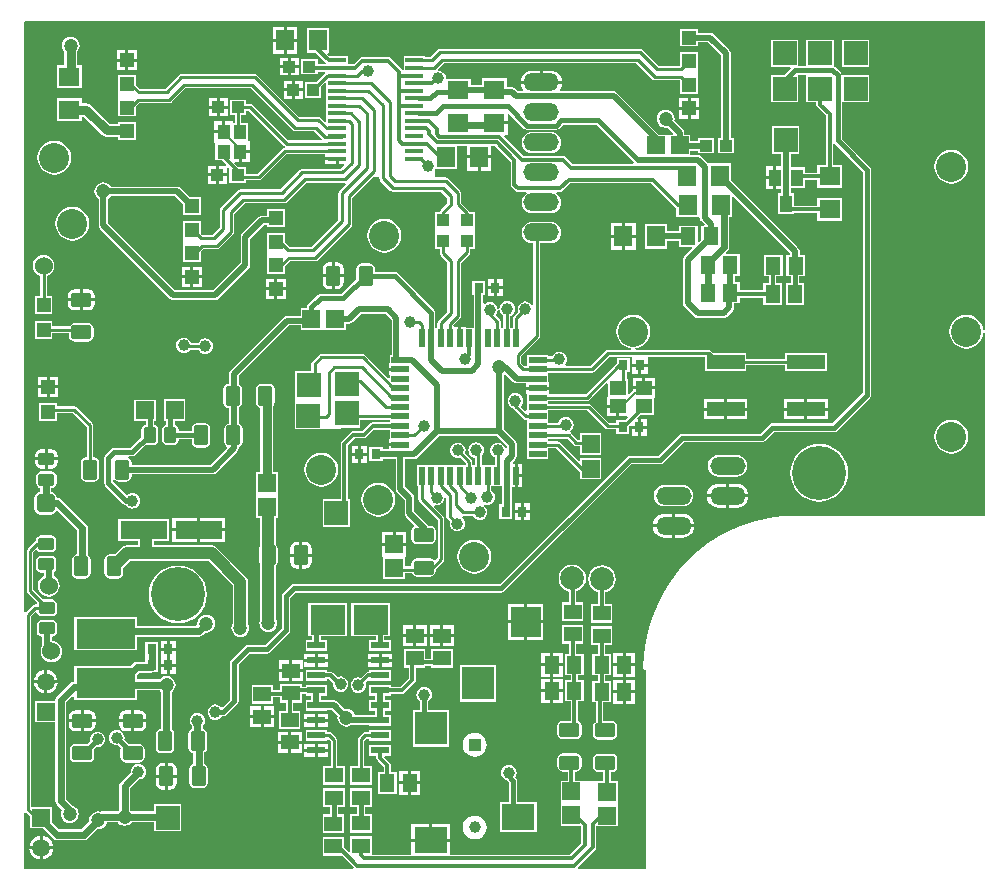
<source format=gbl>
G04 Layer_Physical_Order=2*
G04 Layer_Color=12354094*
%FSLAX44Y44*%
%MOMM*%
G71*
G01*
G75*
G04:AMPARAMS|DCode=11|XSize=1.75mm|YSize=1.25mm|CornerRadius=0.3125mm|HoleSize=0mm|Usage=FLASHONLY|Rotation=0.000|XOffset=0mm|YOffset=0mm|HoleType=Round|Shape=RoundedRectangle|*
%AMROUNDEDRECTD11*
21,1,1.7500,0.6250,0,0,0.0*
21,1,1.1250,1.2500,0,0,0.0*
1,1,0.6250,0.5625,-0.3125*
1,1,0.6250,-0.5625,-0.3125*
1,1,0.6250,-0.5625,0.3125*
1,1,0.6250,0.5625,0.3125*
%
%ADD11ROUNDEDRECTD11*%
G04:AMPARAMS|DCode=12|XSize=1.75mm|YSize=1.25mm|CornerRadius=0.3125mm|HoleSize=0mm|Usage=FLASHONLY|Rotation=270.000|XOffset=0mm|YOffset=0mm|HoleType=Round|Shape=RoundedRectangle|*
%AMROUNDEDRECTD12*
21,1,1.7500,0.6250,0,0,270.0*
21,1,1.1250,1.2500,0,0,270.0*
1,1,0.6250,-0.3125,-0.5625*
1,1,0.6250,-0.3125,0.5625*
1,1,0.6250,0.3125,0.5625*
1,1,0.6250,0.3125,-0.5625*
%
%ADD12ROUNDEDRECTD12*%
G04:AMPARAMS|DCode=13|XSize=1.4mm|YSize=1.1mm|CornerRadius=0.275mm|HoleSize=0mm|Usage=FLASHONLY|Rotation=0.000|XOffset=0mm|YOffset=0mm|HoleType=Round|Shape=RoundedRectangle|*
%AMROUNDEDRECTD13*
21,1,1.4000,0.5500,0,0,0.0*
21,1,0.8500,1.1000,0,0,0.0*
1,1,0.5500,0.4250,-0.2750*
1,1,0.5500,-0.4250,-0.2750*
1,1,0.5500,-0.4250,0.2750*
1,1,0.5500,0.4250,0.2750*
%
%ADD13ROUNDEDRECTD13*%
%ADD14R,1.0000X1.1001*%
%ADD15R,1.5001X1.3000*%
%ADD17R,1.8001X1.5999*%
%ADD26C,0.2540*%
%ADD27C,0.4000*%
%ADD28C,0.6000*%
%ADD29C,0.3000*%
%ADD30C,0.4064*%
%ADD31C,0.8000*%
%ADD32C,0.5000*%
%ADD34C,2.5400*%
%ADD35C,4.5720*%
%ADD36C,1.5240*%
%ADD37O,3.0000X1.5000*%
%ADD38C,1.5000*%
%ADD39R,1.5000X1.5000*%
%ADD40R,1.0000X1.0000*%
%ADD41C,1.0000*%
%ADD42C,1.2000*%
%ADD43C,0.5000*%
%ADD44C,0.8000*%
%ADD45R,2.0000X2.0000*%
%ADD46R,1.5000X1.5000*%
%ADD47C,2.0000*%
%ADD48R,3.0000X2.5000*%
%ADD49R,4.0000X1.5000*%
G04:AMPARAMS|DCode=50|XSize=1.6mm|YSize=1.6mm|CornerRadius=0.4mm|HoleSize=0mm|Usage=FLASHONLY|Rotation=0.000|XOffset=0mm|YOffset=0mm|HoleType=Round|Shape=RoundedRectangle|*
%AMROUNDEDRECTD50*
21,1,1.6000,0.8000,0,0,0.0*
21,1,0.8000,1.6000,0,0,0.0*
1,1,0.8000,0.4000,-0.4000*
1,1,0.8000,-0.4000,-0.4000*
1,1,0.8000,-0.4000,0.4000*
1,1,0.8000,0.4000,0.4000*
%
%ADD50ROUNDEDRECTD50*%
%ADD51R,3.0000X4.0000*%
%ADD52R,4.0000X3.0000*%
%ADD53R,1.3000X1.5001*%
%ADD54R,1.1001X1.0000*%
%ADD55R,3.1999X1.1999*%
%ADD56R,1.5240X1.5240*%
%ADD57R,0.8000X0.9000*%
%ADD58R,1.5999X1.8001*%
%ADD59R,1.5000X0.4000*%
%ADD60R,0.5001X1.5001*%
%ADD61R,1.5001X0.5001*%
%ADD62R,1.1999X1.1999*%
%ADD63R,5.0000X2.5400*%
G04:AMPARAMS|DCode=64|XSize=1.4mm|YSize=1.1mm|CornerRadius=0.275mm|HoleSize=0mm|Usage=FLASHONLY|Rotation=270.000|XOffset=0mm|YOffset=0mm|HoleType=Round|Shape=RoundedRectangle|*
%AMROUNDEDRECTD64*
21,1,1.4000,0.5500,0,0,270.0*
21,1,0.8500,1.1000,0,0,270.0*
1,1,0.5500,-0.2750,-0.4250*
1,1,0.5500,-0.2750,0.4250*
1,1,0.5500,0.2750,0.4250*
1,1,0.5500,0.2750,-0.4250*
%
%ADD64ROUNDEDRECTD64*%
%ADD65R,1.5000X0.6000*%
%ADD66R,1.0000X1.4000*%
%ADD67R,1.5240X1.5240*%
%ADD68R,1.2000X1.2000*%
%ADD69R,1.4000X1.1500*%
%ADD70R,1.1000X1.2000*%
%ADD71R,2.8000X2.2000*%
%ADD72R,2.8000X2.8000*%
%ADD73R,2.5000X2.5000*%
%ADD74C,1.0000*%
%ADD75C,0.2000*%
G36*
X1067000Y539906D02*
X1065730Y539822D01*
X1065418Y542193D01*
X1063985Y545653D01*
X1061705Y548625D01*
X1058733Y550905D01*
X1055273Y552338D01*
X1051560Y552827D01*
X1047847Y552338D01*
X1044387Y550905D01*
X1041415Y548625D01*
X1039135Y545653D01*
X1037702Y542193D01*
X1037213Y538480D01*
X1037702Y534767D01*
X1039135Y531307D01*
X1041415Y528335D01*
X1044387Y526055D01*
X1047847Y524622D01*
X1051560Y524133D01*
X1055273Y524622D01*
X1058733Y526055D01*
X1061705Y528335D01*
X1063985Y531307D01*
X1065418Y534767D01*
X1065730Y537138D01*
X1067000Y537054D01*
Y382783D01*
X1066800Y382650D01*
X906780D01*
X906772Y382646D01*
X895568Y382157D01*
X884441Y380692D01*
X873484Y378263D01*
X862780Y374888D01*
X852412Y370593D01*
X842457Y365411D01*
X832991Y359381D01*
X824088Y352549D01*
X815813Y344967D01*
X808231Y336692D01*
X801399Y327789D01*
X795369Y318323D01*
X790187Y308368D01*
X785892Y298000D01*
X782517Y287296D01*
X780088Y276339D01*
X778623Y265212D01*
X778133Y254000D01*
X778130D01*
X778611Y252840D01*
X778614Y252834D01*
X779780Y252350D01*
X780000Y252203D01*
Y83750D01*
X723156D01*
X722630Y85020D01*
X737430Y99820D01*
X738099Y100820D01*
X738333Y102000D01*
X738333Y102000D01*
Y119606D01*
X756750D01*
Y158402D01*
X750333D01*
Y165635D01*
X751375D01*
X753189Y165996D01*
X754727Y167023D01*
X755754Y168561D01*
X756115Y170375D01*
Y176625D01*
X755754Y178439D01*
X754727Y179977D01*
X753189Y181004D01*
X751375Y181365D01*
X740125D01*
X738311Y181004D01*
X736773Y179977D01*
X735746Y178439D01*
X735385Y176625D01*
Y170375D01*
X735746Y168561D01*
X736773Y167023D01*
X738311Y165996D01*
X740125Y165635D01*
X744167D01*
Y158402D01*
X720333D01*
Y165885D01*
X721125D01*
X722939Y166246D01*
X724477Y167273D01*
X725504Y168811D01*
X725865Y170625D01*
Y176875D01*
X725504Y178689D01*
X724477Y180227D01*
X722939Y181254D01*
X721125Y181615D01*
X709875D01*
X708061Y181254D01*
X706523Y180227D01*
X705496Y178689D01*
X705135Y176875D01*
Y170625D01*
X705496Y168811D01*
X706523Y167273D01*
X708061Y166246D01*
X709875Y165885D01*
X714167D01*
Y158402D01*
X708106D01*
Y140106D01*
Y120856D01*
X708106Y119606D01*
X725284D01*
X725667Y119223D01*
Y105277D01*
X716223Y95833D01*
X614790D01*
Y106480D01*
X598250D01*
X581710D01*
Y95833D01*
X548025D01*
Y111274D01*
X529975D01*
Y98294D01*
X528802Y97808D01*
X524775Y101836D01*
Y111024D01*
X506725D01*
Y94977D01*
X522913D01*
X532870Y85020D01*
X532344Y83750D01*
X254000D01*
X253983Y131244D01*
X254199Y131403D01*
X255253Y131718D01*
X259226Y127745D01*
Y117976D01*
X269501D01*
X277988Y109488D01*
X279485Y108489D01*
X281250Y108137D01*
X304500D01*
X306265Y108489D01*
X307762Y109488D01*
X315558Y117285D01*
X316500Y117161D01*
X318464Y117420D01*
X320294Y118178D01*
X321866Y119384D01*
X323072Y120955D01*
X323830Y122786D01*
X323877Y123137D01*
X333056D01*
X333634Y122384D01*
X335206Y121178D01*
X337036Y120420D01*
X339000Y120161D01*
X340964Y120420D01*
X342794Y121178D01*
X344366Y122384D01*
X344944Y123137D01*
X363726D01*
Y115476D01*
X386774D01*
Y138524D01*
X363726D01*
Y132363D01*
X344944D01*
X344366Y133116D01*
X343613Y133694D01*
Y152339D01*
X350450Y159176D01*
X350500Y159170D01*
X352203Y159394D01*
X353790Y160051D01*
X355153Y161097D01*
X356199Y162460D01*
X356856Y164047D01*
X357080Y165750D01*
X356856Y167453D01*
X356199Y169040D01*
X355153Y170403D01*
X353790Y171449D01*
X352203Y172106D01*
X350500Y172330D01*
X348797Y172106D01*
X347210Y171449D01*
X345847Y170403D01*
X344801Y169040D01*
X344144Y167453D01*
X343920Y165750D01*
X343926Y165700D01*
X335738Y157512D01*
X334739Y156015D01*
X334387Y154250D01*
Y133694D01*
X333634Y133116D01*
X333056Y132363D01*
X319500D01*
X318233Y132111D01*
X316500Y132339D01*
X314536Y132080D01*
X312705Y131322D01*
X311134Y130116D01*
X309928Y128544D01*
X309170Y126714D01*
X308911Y124750D01*
X309035Y123808D01*
X302589Y117363D01*
X283161D01*
X277274Y123249D01*
Y136024D01*
X259849D01*
Y297570D01*
X263293Y301015D01*
X264671Y300597D01*
X264724Y300332D01*
X265669Y298919D01*
X267082Y297974D01*
X268750Y297642D01*
X277250D01*
X278918Y297974D01*
X280331Y298919D01*
X281276Y300332D01*
X281608Y302000D01*
Y307500D01*
X281276Y309168D01*
X280331Y310581D01*
X278918Y311526D01*
X277250Y311858D01*
X269921D01*
X261599Y320180D01*
Y351570D01*
X263671Y353643D01*
X264935Y353518D01*
X265169Y353169D01*
X266582Y352224D01*
X268250Y351892D01*
X276750D01*
X278418Y352224D01*
X279831Y353169D01*
X280776Y354582D01*
X281108Y356250D01*
Y361750D01*
X280776Y363418D01*
X279831Y364831D01*
X278418Y365776D01*
X276750Y366108D01*
X268250D01*
X266582Y365776D01*
X265169Y364831D01*
X264224Y363418D01*
X263892Y361750D01*
Y361620D01*
X262986Y361014D01*
X262986Y361014D01*
X256736Y354764D01*
X256118Y353840D01*
X255901Y352750D01*
X255901Y352750D01*
Y319000D01*
X255901Y319000D01*
X256118Y317910D01*
X256736Y316986D01*
X264696Y309025D01*
X264412Y307599D01*
X263000D01*
X263000Y307599D01*
X261910Y307382D01*
X260986Y306764D01*
X260986Y306764D01*
X255194Y300973D01*
X254380Y301162D01*
X253924Y301462D01*
X253750Y800083D01*
X254916Y801250D01*
X1067000D01*
Y539906D01*
D02*
G37*
%LPC*%
G36*
X485289Y796790D02*
X476020D01*
Y786520D01*
X485289D01*
Y796790D01*
D02*
G37*
G36*
X473479D02*
X464210D01*
Y786520D01*
X473479D01*
Y796790D01*
D02*
G37*
G36*
X485289Y783980D02*
X476020D01*
Y773709D01*
X485289D01*
Y783980D01*
D02*
G37*
G36*
X473479D02*
X464210D01*
Y773709D01*
X473479D01*
Y783980D01*
D02*
G37*
G36*
X349290Y776790D02*
X342020D01*
Y769520D01*
X349290D01*
Y776790D01*
D02*
G37*
G36*
X339480D02*
X332210D01*
Y769520D01*
X339480D01*
Y776790D01*
D02*
G37*
G36*
X512274Y795775D02*
X493227D01*
Y774725D01*
X500716D01*
X500820Y774569D01*
X509236Y766153D01*
X509155Y765602D01*
X508785Y764883D01*
X502273D01*
Y769524D01*
X488224D01*
Y756476D01*
X502273D01*
Y758717D01*
X508298D01*
X508683Y757447D01*
X508634Y757414D01*
X508634Y757414D01*
X500994Y749774D01*
X491474D01*
Y736726D01*
X505523D01*
Y746246D01*
X508553Y749275D01*
X509726Y748789D01*
Y739076D01*
Y732676D01*
Y726276D01*
Y716462D01*
X508553Y715976D01*
X505014Y719514D01*
X504090Y720132D01*
X503000Y720349D01*
X503000Y720349D01*
X486680D01*
X451264Y755764D01*
X450340Y756382D01*
X449250Y756599D01*
X449250Y756599D01*
X387000D01*
X385910Y756382D01*
X384986Y755764D01*
X384986Y755764D01*
X373320Y744099D01*
X351930D01*
X348274Y747755D01*
Y755774D01*
X333226D01*
Y740726D01*
Y720726D01*
X348274D01*
Y728995D01*
X351430Y732151D01*
X376750D01*
X376750Y732151D01*
X377840Y732368D01*
X378764Y732986D01*
X390430Y744651D01*
X445820D01*
X481236Y709236D01*
X481236Y709236D01*
X482160Y708618D01*
X483250Y708401D01*
X483250Y708401D01*
X499570D01*
X506053Y701919D01*
X505904Y701188D01*
X505576Y700649D01*
X477380D01*
X447514Y730514D01*
X446590Y731132D01*
X445500Y731349D01*
X445500Y731349D01*
X442023D01*
Y735024D01*
X427975D01*
Y721976D01*
X432150D01*
Y715524D01*
X430790D01*
Y716540D01*
X424020D01*
Y708000D01*
X422750D01*
Y706730D01*
X414710D01*
Y699460D01*
X414920D01*
X415726Y698524D01*
Y683476D01*
X421270D01*
X424686Y680060D01*
X424160Y678790D01*
X418771D01*
Y672520D01*
X425541D01*
Y676921D01*
X426783Y677477D01*
X427475Y676938D01*
Y664726D01*
X441523D01*
Y666651D01*
X452471D01*
X452471Y666651D01*
X453561Y666868D01*
X454486Y667486D01*
X475551Y688551D01*
X508710D01*
Y686270D01*
X518750D01*
Y685000D01*
X520020D01*
Y680460D01*
X524272D01*
X524758Y679287D01*
X522070Y676599D01*
X489500D01*
X489500Y676599D01*
X488410Y676382D01*
X487486Y675764D01*
X487486Y675764D01*
X470820Y659099D01*
X437000D01*
X435910Y658882D01*
X434986Y658264D01*
X434986Y658264D01*
X420486Y643764D01*
X419868Y642840D01*
X419651Y641750D01*
X419651Y641750D01*
Y626680D01*
X413320Y620349D01*
X404430D01*
X403274Y621505D01*
Y632524D01*
X388226D01*
Y617476D01*
Y597476D01*
X403274D01*
Y606245D01*
X405430Y608401D01*
X416750D01*
X416750Y608401D01*
X417840Y608618D01*
X418764Y609236D01*
X430764Y621236D01*
X431382Y622160D01*
X431599Y623250D01*
X431599Y623250D01*
Y638320D01*
X440430Y647151D01*
X474250D01*
X474250Y647151D01*
X475340Y647368D01*
X476264Y647986D01*
X492930Y664651D01*
X525500D01*
X525500Y664651D01*
X525908Y664732D01*
X526533Y663562D01*
X520738Y657767D01*
X520121Y656842D01*
X519904Y655752D01*
X519904Y655752D01*
Y633182D01*
X497070Y610349D01*
X478680D01*
X474524Y614505D01*
Y622274D01*
X459476D01*
Y607226D01*
Y587226D01*
X474524D01*
Y593745D01*
X479180Y598401D01*
X500500D01*
X500500Y598401D01*
X501590Y598618D01*
X502514Y599236D01*
X530639Y627361D01*
X531257Y628285D01*
X531474Y629375D01*
X531474Y629375D01*
Y651945D01*
X549188Y669660D01*
X554651D01*
Y668250D01*
X554651Y668250D01*
X554868Y667160D01*
X555486Y666236D01*
X563736Y657986D01*
X563736Y657986D01*
X564660Y657368D01*
X565750Y657151D01*
X565750Y657151D01*
X607070D01*
X612151Y652070D01*
Y647154D01*
X606486Y641488D01*
X605868Y640564D01*
X605702Y639728D01*
X601976D01*
Y625679D01*
Y608681D01*
X605651D01*
Y605000D01*
X605651Y605000D01*
X605868Y603910D01*
X606486Y602986D01*
X612151Y597320D01*
Y555385D01*
X604485Y547719D01*
X603868Y546795D01*
X603651Y545705D01*
X603651Y545705D01*
Y541776D01*
X602094D01*
Y554749D01*
X601821Y556124D01*
X601042Y557290D01*
X570291Y588041D01*
X569125Y588820D01*
X567750Y589093D01*
X550865D01*
Y591625D01*
X550504Y593439D01*
X549477Y594977D01*
X547939Y596004D01*
X546125Y596365D01*
X539875D01*
X538061Y596004D01*
X536523Y594977D01*
X535496Y593439D01*
X535135Y591625D01*
Y583216D01*
X522512Y570593D01*
X505000D01*
X503625Y570320D01*
X502459Y569541D01*
X494459Y561541D01*
X493680Y560375D01*
X493407Y559000D01*
Y558644D01*
X487856D01*
Y552056D01*
X476703D01*
X475133Y551744D01*
X473802Y550854D01*
X428599Y505651D01*
X427710Y504320D01*
X427397Y502750D01*
Y494615D01*
X427375D01*
X425561Y494254D01*
X424023Y493227D01*
X422996Y491689D01*
X422635Y489875D01*
Y478625D01*
X422996Y476811D01*
X424023Y475273D01*
X425561Y474246D01*
X427375Y473885D01*
X427397D01*
Y461020D01*
X426061Y460754D01*
X424523Y459727D01*
X423496Y458189D01*
X423135Y456375D01*
Y445125D01*
X423496Y443311D01*
X424523Y441773D01*
X425364Y441212D01*
X425591Y439643D01*
X411801Y425853D01*
X344865D01*
Y427375D01*
X344504Y429189D01*
X343477Y430727D01*
X342114Y431637D01*
X342139Y432351D01*
X342326Y432907D01*
X345500D01*
X346875Y433181D01*
X348041Y433959D01*
X356852Y442771D01*
X357500Y442642D01*
X363000D01*
X364668Y442974D01*
X366081Y443919D01*
X367026Y445332D01*
X367358Y447000D01*
Y455500D01*
X367026Y457168D01*
X366081Y458581D01*
X364668Y459526D01*
X363843Y459690D01*
Y463026D01*
X365274D01*
Y481074D01*
X347226D01*
Y463026D01*
X356657D01*
Y459690D01*
X355832Y459526D01*
X354419Y458581D01*
X353474Y457168D01*
X353142Y455500D01*
Y449224D01*
X344012Y440093D01*
X330250D01*
X328875Y439819D01*
X327709Y439041D01*
X322709Y434041D01*
X321931Y432875D01*
X321657Y431500D01*
Y410266D01*
X321931Y408891D01*
X322709Y407725D01*
X337725Y392709D01*
X338891Y391931D01*
X339992Y391711D01*
X340847Y390597D01*
X342210Y389551D01*
X343797Y388894D01*
X345500Y388670D01*
X347203Y388894D01*
X348790Y389551D01*
X350153Y390597D01*
X351199Y391960D01*
X351856Y393547D01*
X352080Y395250D01*
X351856Y396953D01*
X351199Y398540D01*
X350153Y399903D01*
X348790Y400949D01*
X347203Y401606D01*
X345500Y401830D01*
X343797Y401606D01*
X342210Y400949D01*
X340847Y399903D01*
X340703Y399894D01*
X328843Y411754D01*
Y413002D01*
X330113Y413387D01*
X330523Y412773D01*
X332061Y411746D01*
X333875Y411385D01*
X340125D01*
X341939Y411746D01*
X343477Y412773D01*
X344504Y414311D01*
X344865Y416125D01*
Y417647D01*
X413500D01*
X415070Y417960D01*
X416401Y418849D01*
X434401Y436849D01*
X435290Y438180D01*
X435603Y439750D01*
Y440679D01*
X435939Y440746D01*
X437477Y441773D01*
X438504Y443311D01*
X438865Y445125D01*
Y456375D01*
X438504Y458189D01*
X437477Y459727D01*
X435939Y460754D01*
X435603Y460821D01*
Y474355D01*
X436977Y475273D01*
X438004Y476811D01*
X438365Y478625D01*
Y489875D01*
X438004Y491689D01*
X436977Y493227D01*
X435603Y494145D01*
Y501051D01*
X478402Y543850D01*
X487856D01*
Y540356D01*
X526144D01*
Y545397D01*
X529000D01*
X530570Y545709D01*
X531901Y546599D01*
X538699Y553397D01*
X559801D01*
X564896Y548301D01*
Y518775D01*
X563475D01*
Y511790D01*
X562458D01*
Y508019D01*
X572499D01*
Y505479D01*
X562458D01*
Y501708D01*
X563475D01*
Y499511D01*
X562301Y499025D01*
X542514Y518811D01*
X541590Y519429D01*
X540500Y519646D01*
X540500Y519646D01*
X505297D01*
X504207Y519429D01*
X503283Y518811D01*
X503283Y518811D01*
X497736Y513264D01*
X497118Y512340D01*
X496901Y511250D01*
X496901Y511250D01*
Y505274D01*
X483726D01*
Y505250D01*
X483000D01*
Y479024D01*
X482976D01*
Y455976D01*
X506024D01*
Y456252D01*
X538500Y456642D01*
Y463900D01*
X563475D01*
Y461834D01*
X549001D01*
X549001Y461834D01*
X547821Y461599D01*
X546820Y460931D01*
X540223Y454333D01*
X532500D01*
X531320Y454099D01*
X530320Y453430D01*
X530320Y453430D01*
X522820Y445930D01*
X522151Y444930D01*
X521917Y443750D01*
X521917Y443750D01*
Y437500D01*
Y396524D01*
X506476D01*
Y373476D01*
X529524D01*
Y396524D01*
X528083D01*
Y437500D01*
Y442473D01*
X533777Y448167D01*
X541500D01*
X541500Y448167D01*
X542680Y448401D01*
X543680Y449070D01*
X550278Y455667D01*
X563475D01*
Y447792D01*
X562458D01*
Y444021D01*
X572499D01*
Y441481D01*
X562458D01*
Y438853D01*
X557274D01*
Y440774D01*
X546226D01*
Y428726D01*
X557274D01*
Y430647D01*
X568396D01*
Y405501D01*
X568709Y403931D01*
X569598Y402600D01*
X575897Y396301D01*
Y384750D01*
X576209Y383180D01*
X577099Y381849D01*
X584091Y374857D01*
X583863Y373288D01*
X583023Y372727D01*
X581996Y371189D01*
X581635Y369375D01*
Y363125D01*
X581996Y361311D01*
X583023Y359773D01*
X584561Y358746D01*
X586375Y358385D01*
X597625D01*
X599439Y358746D01*
X600977Y359773D01*
X602004Y361311D01*
X602365Y363125D01*
Y369375D01*
X602004Y371189D01*
X600977Y372727D01*
X599439Y373754D01*
X597625Y374115D01*
X596259D01*
X595901Y374651D01*
X584103Y386449D01*
Y398000D01*
X583791Y399570D01*
X582901Y400901D01*
X576602Y407200D01*
Y430647D01*
X584000D01*
X585570Y430960D01*
X586901Y431849D01*
X605449Y450397D01*
X654301D01*
X662647Y442051D01*
Y439626D01*
X661377Y439543D01*
X661356Y439703D01*
X660699Y441290D01*
X659653Y442653D01*
X658290Y443699D01*
X656703Y444356D01*
X655000Y444580D01*
X653297Y444356D01*
X651710Y443699D01*
X650347Y442653D01*
X649301Y441290D01*
X648644Y439703D01*
X648420Y438000D01*
X648644Y436297D01*
X649301Y434710D01*
X650347Y433347D01*
X651710Y432301D01*
X652151Y432118D01*
Y425774D01*
X641350D01*
Y433853D01*
X642199Y434960D01*
X642856Y436547D01*
X643080Y438250D01*
X642856Y439953D01*
X642199Y441540D01*
X641153Y442903D01*
X639790Y443949D01*
X638203Y444606D01*
X636500Y444830D01*
X634797Y444606D01*
X633210Y443949D01*
X631847Y442903D01*
X630801Y441540D01*
X630144Y439953D01*
X629920Y438250D01*
X630144Y436547D01*
X630801Y434960D01*
X631847Y433597D01*
X633210Y432551D01*
X634797Y431894D01*
X635652Y431781D01*
Y425774D01*
X633349D01*
Y428500D01*
X633132Y429590D01*
X632514Y430514D01*
X632514Y430514D01*
X627173Y435855D01*
X627356Y436297D01*
X627580Y438000D01*
X627356Y439703D01*
X626699Y441290D01*
X625653Y442653D01*
X624290Y443699D01*
X622703Y444356D01*
X621000Y444580D01*
X619297Y444356D01*
X617710Y443699D01*
X616347Y442653D01*
X615301Y441290D01*
X614644Y439703D01*
X614420Y438000D01*
X614644Y436297D01*
X615301Y434710D01*
X616347Y433347D01*
X617710Y432301D01*
X619297Y431644D01*
X621000Y431420D01*
X622703Y431644D01*
X623144Y431827D01*
X627651Y427320D01*
Y425774D01*
X586475D01*
Y407724D01*
X587651D01*
Y396750D01*
X587651Y396750D01*
X587868Y395660D01*
X588486Y394735D01*
X603901Y379320D01*
Y346930D01*
X602089Y345117D01*
X600977Y345227D01*
X599439Y346254D01*
X597625Y346615D01*
X586375D01*
X584561Y346254D01*
X583023Y345227D01*
X581996Y343689D01*
X581635Y341875D01*
Y339849D01*
X576394D01*
Y347070D01*
X576394Y347644D01*
X577376Y348340D01*
X577410D01*
Y357230D01*
X567250D01*
X557090D01*
Y348340D01*
X557124D01*
X558106Y347644D01*
X558106Y347070D01*
Y329356D01*
X576394D01*
Y334151D01*
X581928D01*
X581996Y333811D01*
X583023Y332273D01*
X584561Y331246D01*
X586375Y330885D01*
X597625D01*
X599439Y331246D01*
X600977Y332273D01*
X602004Y333811D01*
X602365Y335625D01*
Y337336D01*
X608764Y343736D01*
X608764Y343736D01*
X609382Y344660D01*
X609599Y345750D01*
Y380500D01*
X609382Y381590D01*
X608764Y382514D01*
X608764Y382514D01*
X600806Y390472D01*
X601163Y391325D01*
X601451Y391624D01*
X603000Y391420D01*
X604703Y391644D01*
X606290Y392301D01*
X607653Y393347D01*
X608699Y394710D01*
X609356Y396297D01*
X609580Y398000D01*
X610776Y398649D01*
X611151Y398395D01*
Y382750D01*
X611151Y382750D01*
X611368Y381660D01*
X611986Y380736D01*
X614577Y378144D01*
X614394Y377703D01*
X614170Y376000D01*
X614394Y374297D01*
X615051Y372710D01*
X616097Y371347D01*
X617460Y370301D01*
X619047Y369644D01*
X620750Y369420D01*
X622453Y369644D01*
X624040Y370301D01*
X625403Y371347D01*
X626449Y372710D01*
X627106Y374297D01*
X627330Y376000D01*
X627106Y377703D01*
X626449Y379290D01*
X625403Y380653D01*
X624219Y381562D01*
X624183Y381825D01*
X625204Y382697D01*
X625283Y382694D01*
X625500Y382651D01*
X625500Y382651D01*
X633722D01*
X633801Y382460D01*
X634847Y381097D01*
X636210Y380051D01*
X637797Y379394D01*
X639500Y379170D01*
X641203Y379394D01*
X642790Y380051D01*
X644153Y381097D01*
X645199Y382460D01*
X645856Y384047D01*
X646080Y385750D01*
X645856Y387453D01*
X645199Y389040D01*
X644153Y390403D01*
X643053Y391247D01*
X642947Y391329D01*
X643587Y392438D01*
X643669Y392404D01*
X644297Y392144D01*
X646000Y391920D01*
X647703Y392144D01*
X649290Y392801D01*
X650653Y393847D01*
X651699Y395210D01*
X652356Y396797D01*
X652580Y398500D01*
X652356Y400203D01*
X651699Y401790D01*
X650653Y403153D01*
X649348Y404154D01*
Y407724D01*
X658396D01*
Y392274D01*
X656226D01*
Y380226D01*
X667274D01*
Y392274D01*
X666602D01*
Y406708D01*
X669230D01*
Y416749D01*
Y426790D01*
X668138D01*
X667612Y428060D01*
X669651Y430099D01*
X670540Y431430D01*
X670853Y433000D01*
Y443750D01*
X670540Y445320D01*
X669651Y446651D01*
X660103Y456199D01*
Y502049D01*
X661373Y502575D01*
X668098Y495849D01*
X669429Y494960D01*
X671000Y494648D01*
X678460D01*
Y492020D01*
X688501D01*
X698541D01*
Y495790D01*
X697525D01*
Y503900D01*
X734499D01*
X734499Y503900D01*
X735589Y504117D01*
X736513Y504735D01*
X749180Y517401D01*
X767590D01*
X768710Y517040D01*
X768710Y516131D01*
Y511270D01*
X775250D01*
X781790D01*
X781790Y517040D01*
X782910Y517401D01*
X830226D01*
Y505227D01*
X865273D01*
Y509901D01*
X898227D01*
Y505227D01*
X933274D01*
Y520273D01*
X898227D01*
Y515599D01*
X865273D01*
Y520273D01*
X837505D01*
X835514Y522264D01*
X834590Y522882D01*
X833500Y523099D01*
X833499Y523099D01*
X771492D01*
X771408Y524369D01*
X773333Y524622D01*
X776793Y526055D01*
X779765Y528335D01*
X782045Y531307D01*
X783478Y534767D01*
X783967Y538480D01*
X783478Y542193D01*
X782045Y545653D01*
X779765Y548625D01*
X776793Y550905D01*
X773333Y552338D01*
X769620Y552827D01*
X765907Y552338D01*
X762447Y550905D01*
X759475Y548625D01*
X757195Y545653D01*
X755762Y542193D01*
X755273Y538480D01*
X755762Y534767D01*
X757195Y531307D01*
X759475Y528335D01*
X762447Y526055D01*
X765907Y524622D01*
X767831Y524369D01*
X767748Y523099D01*
X748000D01*
X746910Y522882D01*
X745986Y522264D01*
X745986Y522264D01*
X733319Y509598D01*
X712679D01*
X712052Y510868D01*
X712699Y511710D01*
X713356Y513297D01*
X713580Y515000D01*
X713356Y516703D01*
X712699Y518290D01*
X711653Y519653D01*
X710290Y520699D01*
X708703Y521356D01*
X707000Y521580D01*
X705297Y521356D01*
X703710Y520699D01*
X702347Y519653D01*
X701301Y518290D01*
X701015Y517599D01*
X697525D01*
Y518775D01*
X679476D01*
Y509349D01*
X677430D01*
X674599Y512180D01*
Y517570D01*
X689764Y532736D01*
X689764Y532736D01*
X690382Y533660D01*
X690599Y534750D01*
Y613398D01*
X699250D01*
X701606Y613708D01*
X703801Y614618D01*
X705686Y616064D01*
X707132Y617949D01*
X708042Y620144D01*
X708352Y622500D01*
X708042Y624856D01*
X707132Y627051D01*
X705686Y628936D01*
X703801Y630382D01*
X701606Y631292D01*
X699250Y631602D01*
X684250D01*
X681894Y631292D01*
X679699Y630382D01*
X677814Y628936D01*
X676368Y627051D01*
X675458Y624856D01*
X675148Y622500D01*
X675458Y620144D01*
X676368Y617949D01*
X677814Y616064D01*
X679699Y614618D01*
X681894Y613708D01*
X684250Y613398D01*
X684901D01*
Y561635D01*
X683631Y561204D01*
X682903Y562153D01*
X681540Y563199D01*
X679953Y563856D01*
X678250Y564080D01*
X676547Y563856D01*
X674960Y563199D01*
X673597Y562153D01*
X672551Y560790D01*
X671894Y559203D01*
X671670Y557500D01*
X671894Y555797D01*
X672077Y555355D01*
X668486Y551764D01*
X667868Y550840D01*
X667651Y549750D01*
X667651Y549750D01*
Y541776D01*
X665348D01*
Y551764D01*
X666039Y552050D01*
X667402Y553096D01*
X668448Y554459D01*
X669105Y556046D01*
X669329Y557749D01*
X669105Y559452D01*
X668448Y561039D01*
X667402Y562402D01*
X666039Y563448D01*
X664452Y564105D01*
X662749Y564329D01*
X661046Y564105D01*
X659459Y563448D01*
X658096Y562402D01*
X657050Y561039D01*
X656393Y559452D01*
X656169Y557749D01*
X656393Y556046D01*
X657050Y554459D01*
X658096Y553096D01*
X659459Y552050D01*
X659650Y551971D01*
Y541776D01*
X657349D01*
Y546999D01*
X657349Y547000D01*
X657132Y548090D01*
X656515Y549014D01*
X656515Y549014D01*
X652915Y552613D01*
X653949Y553960D01*
X654606Y555547D01*
X654830Y557250D01*
X654606Y558953D01*
X653949Y560540D01*
X652903Y561903D01*
X651540Y562949D01*
X649953Y563606D01*
X648250Y563830D01*
X646547Y563606D01*
X644960Y562949D01*
X643874Y562115D01*
X642604Y562529D01*
Y569726D01*
X644274D01*
Y581774D01*
X633226D01*
Y569726D01*
X634398D01*
Y541776D01*
X627540D01*
Y542791D01*
X623769D01*
Y532751D01*
X621229D01*
Y542791D01*
X617458D01*
X617349Y544016D01*
Y544071D01*
X623264Y549986D01*
X623264Y549986D01*
X623882Y550910D01*
X624099Y552000D01*
Y597070D01*
X630764Y603736D01*
X630764Y603736D01*
X631382Y604660D01*
X631599Y605750D01*
Y608681D01*
X635274D01*
Y622730D01*
Y625679D01*
Y639728D01*
X631454D01*
X631382Y640090D01*
X630764Y641014D01*
X630764Y641014D01*
X624099Y647680D01*
Y655750D01*
X624099Y655750D01*
X623882Y656840D01*
X623264Y657764D01*
X623264Y657764D01*
X612764Y668264D01*
X611840Y668882D01*
X610750Y669099D01*
X610750Y669099D01*
X601939D01*
X601912Y669162D01*
Y675975D01*
X620523D01*
Y695667D01*
X628461D01*
Y687770D01*
X649540D01*
Y695667D01*
X652723D01*
X665917Y682473D01*
Y663000D01*
X665917Y663000D01*
X666152Y661820D01*
X666820Y660820D01*
X670070Y657570D01*
X670070Y657570D01*
X671070Y656901D01*
X672250Y656667D01*
X672250Y656667D01*
X678765D01*
X679196Y655397D01*
X677814Y654336D01*
X676368Y652451D01*
X675458Y650256D01*
X675148Y647900D01*
X675458Y645544D01*
X676368Y643349D01*
X677814Y641464D01*
X679699Y640018D01*
X681894Y639108D01*
X684250Y638798D01*
X699250D01*
X701606Y639108D01*
X703801Y640018D01*
X705686Y641464D01*
X707132Y643349D01*
X708042Y645544D01*
X708352Y647900D01*
X708042Y650256D01*
X707132Y652451D01*
X705686Y654336D01*
X704304Y655397D01*
X704735Y656667D01*
X707500D01*
X707500Y656667D01*
X708680Y656901D01*
X709680Y657570D01*
X716277Y664167D01*
X784723D01*
X805570Y643320D01*
X805570Y643320D01*
X805976Y643049D01*
Y635225D01*
X825023D01*
X825023Y635225D01*
X826164Y634914D01*
X826460Y633430D01*
X827349Y632099D01*
X830000Y629448D01*
X829514Y628275D01*
X826976D01*
Y616336D01*
X825198Y614558D01*
X824024Y615044D01*
Y628275D01*
X807977D01*
Y623353D01*
X798524D01*
Y629775D01*
X779477D01*
Y608726D01*
X798524D01*
Y615147D01*
X807977D01*
Y610225D01*
X819205D01*
X819691Y609052D01*
X812695Y602055D01*
X811805Y600724D01*
X811493Y599154D01*
Y562904D01*
X811805Y561334D01*
X812695Y560003D01*
X821349Y551349D01*
X822680Y550460D01*
X824250Y550147D01*
X846000D01*
X847570Y550460D01*
X848901Y551349D01*
X853651Y556099D01*
X854540Y557430D01*
X854853Y559000D01*
Y562475D01*
X859773D01*
Y567417D01*
X879476D01*
Y561475D01*
X895524D01*
Y579525D01*
X890584D01*
Y585475D01*
X896024D01*
Y603525D01*
X879977D01*
Y585475D01*
X884417D01*
Y579525D01*
X879476D01*
Y573583D01*
X859773D01*
Y580525D01*
X855852D01*
Y585975D01*
X859773D01*
Y604025D01*
X848355D01*
X847869Y605198D01*
X849285Y606614D01*
X850285Y608110D01*
X850636Y609875D01*
Y635225D01*
X853024D01*
Y652765D01*
X854197Y653251D01*
X902397Y605051D01*
Y603525D01*
X898976D01*
Y585475D01*
X902907D01*
Y579525D01*
X898476D01*
Y561475D01*
X914523D01*
Y579525D01*
X910093D01*
Y585475D01*
X915023D01*
Y603525D01*
X910602D01*
Y606751D01*
X910290Y608321D01*
X909401Y609652D01*
X852274Y666778D01*
Y681024D01*
X833227D01*
X832197Y681605D01*
X826901Y686901D01*
X825570Y687791D01*
X824000Y688103D01*
X817894D01*
Y691897D01*
X823977D01*
Y689476D01*
X838026D01*
Y702524D01*
X823977D01*
Y700103D01*
X817894D01*
Y705394D01*
X812853D01*
Y707000D01*
X812541Y708570D01*
X811651Y709901D01*
X804381Y717171D01*
X804589Y718750D01*
X804330Y720714D01*
X803572Y722544D01*
X802366Y724116D01*
X800795Y725322D01*
X798964Y726080D01*
X797000Y726339D01*
X795036Y726080D01*
X793206Y725322D01*
X791634Y724116D01*
X790428Y722544D01*
X789670Y720714D01*
X789411Y718750D01*
X789670Y716786D01*
X790428Y714956D01*
X791634Y713384D01*
X793206Y712178D01*
X795036Y711420D01*
X797000Y711161D01*
X798579Y711369D01*
X803380Y706567D01*
X802894Y705394D01*
X791408D01*
X755925Y740877D01*
X754594Y741767D01*
X753024Y742079D01*
X707812D01*
X707185Y743349D01*
X708020Y744437D01*
X709032Y746879D01*
X709209Y748230D01*
X691750D01*
X674291D01*
X674469Y746879D01*
X675480Y744437D01*
X676315Y743349D01*
X675688Y742079D01*
X671973D01*
X669901Y744152D01*
X668570Y745041D01*
X667000Y745353D01*
X662524D01*
Y753024D01*
X641476D01*
Y747603D01*
X632024D01*
Y752524D01*
X612049D01*
X610884Y752979D01*
X610739Y753696D01*
X610606Y754703D01*
X609949Y756290D01*
X608903Y757653D01*
X607540Y758699D01*
X605953Y759356D01*
X604608Y759533D01*
X604155Y760440D01*
X604111Y760832D01*
X609180Y765901D01*
X772070D01*
X785736Y752236D01*
X785736Y752236D01*
X786660Y751618D01*
X787750Y751401D01*
X809070D01*
X809476Y750995D01*
Y739976D01*
X824524D01*
Y759976D01*
Y775024D01*
X809476D01*
Y764005D01*
X809070Y763599D01*
X790930D01*
X777514Y777014D01*
X776590Y777632D01*
X775500Y777849D01*
X775500Y777849D01*
X605750D01*
X605750Y777849D01*
X604660Y777632D01*
X603736Y777014D01*
X603736Y777014D01*
X597770Y771049D01*
X593274D01*
Y771724D01*
X575226D01*
Y760355D01*
X574937Y760246D01*
X573956Y760143D01*
X573430Y760930D01*
X564180Y770180D01*
X563180Y770848D01*
X562000Y771083D01*
X562000Y771083D01*
X540000D01*
X540000Y771083D01*
X538820Y770848D01*
X537820Y770180D01*
X537820Y770180D01*
X532723Y765083D01*
X527774D01*
Y771724D01*
X512386D01*
X510558Y773552D01*
X511044Y774725D01*
X512274D01*
Y795775D01*
D02*
G37*
G36*
X486292Y770540D02*
X479521D01*
Y764270D01*
X486292D01*
Y770540D01*
D02*
G37*
G36*
X476981D02*
X470211D01*
Y764270D01*
X476981D01*
Y770540D01*
D02*
G37*
G36*
X939274Y785774D02*
X916226D01*
Y763343D01*
X909274D01*
Y785774D01*
X886226D01*
Y762726D01*
X902599D01*
X903125Y761456D01*
X897443Y755774D01*
X886226D01*
Y732726D01*
X909274D01*
Y755774D01*
X910385Y756157D01*
X915115D01*
X916226Y755774D01*
Y732726D01*
X924667D01*
Y730750D01*
X924667Y730750D01*
X924902Y729570D01*
X925570Y728570D01*
X932917Y721223D01*
Y679524D01*
X925475D01*
Y673084D01*
X915024D01*
Y677524D01*
X903103D01*
Y689226D01*
X910274D01*
Y712274D01*
X887226D01*
Y689226D01*
X894897D01*
Y678540D01*
X890770D01*
Y669000D01*
Y659460D01*
X894897D01*
Y655524D01*
X892476D01*
Y638476D01*
X905524D01*
Y638916D01*
X925475D01*
Y632476D01*
X946525D01*
Y651523D01*
X925475D01*
Y645083D01*
X905524D01*
Y655524D01*
X903103D01*
Y660476D01*
X915024D01*
Y666917D01*
X925475D01*
Y660477D01*
X946525D01*
Y679524D01*
X939083D01*
Y697039D01*
X940353Y697565D01*
X963907Y674012D01*
Y486738D01*
X938012Y460843D01*
X887000D01*
X885625Y460569D01*
X884459Y459791D01*
X876762Y452093D01*
X811000D01*
X809625Y451819D01*
X808459Y451041D01*
X790887Y433468D01*
X766625D01*
X765250Y433195D01*
X764084Y432416D01*
X656512Y324843D01*
X482250D01*
X480875Y324570D01*
X479709Y323791D01*
X473209Y317291D01*
X472430Y316125D01*
X472157Y314750D01*
Y287320D01*
X457930Y273093D01*
X443000D01*
X441625Y272819D01*
X440459Y272041D01*
X429209Y260791D01*
X428430Y259625D01*
X428157Y258250D01*
Y226988D01*
X421829Y220660D01*
X420561Y220743D01*
X420403Y220950D01*
X419040Y221996D01*
X417453Y222653D01*
X415750Y222877D01*
X414047Y222653D01*
X412460Y221996D01*
X411097Y220950D01*
X410051Y219587D01*
X409394Y218000D01*
X409170Y216297D01*
X409394Y214594D01*
X410051Y213007D01*
X411097Y211644D01*
X412460Y210598D01*
X414047Y209941D01*
X415750Y209717D01*
X417453Y209941D01*
X419040Y210598D01*
X420403Y211644D01*
X421216Y212704D01*
X422547D01*
X423922Y212977D01*
X425088Y213756D01*
X434291Y222959D01*
X435070Y224125D01*
X435343Y225500D01*
Y256762D01*
X444488Y265907D01*
X459419D01*
X460794Y266180D01*
X461959Y266959D01*
X478291Y283291D01*
X479070Y284456D01*
X479343Y285831D01*
Y313262D01*
X483738Y317657D01*
X658000D01*
X659375Y317931D01*
X660541Y318709D01*
X768113Y426282D01*
X792375D01*
X793750Y426555D01*
X794916Y427334D01*
X812488Y444907D01*
X878250D01*
X879625Y445181D01*
X880791Y445959D01*
X888488Y453657D01*
X939500D01*
X940875Y453931D01*
X942041Y454709D01*
X970041Y482709D01*
X970819Y483875D01*
X971093Y485250D01*
Y675500D01*
X970819Y676875D01*
X970041Y678041D01*
X946093Y701988D01*
Y731511D01*
X946226Y732726D01*
X947363Y732726D01*
X969274D01*
Y755774D01*
X947333D01*
X946299Y755774D01*
X945819Y756875D01*
X945819Y756876D01*
X945041Y758041D01*
X940791Y762291D01*
X939625Y763070D01*
X939274Y763139D01*
Y785774D01*
D02*
G37*
G36*
X969274D02*
X946226D01*
Y762726D01*
X969274D01*
Y785774D01*
D02*
G37*
G36*
X349290Y766980D02*
X342020D01*
Y759710D01*
X349290D01*
Y766980D01*
D02*
G37*
G36*
X339480D02*
X332210D01*
Y759710D01*
X339480D01*
Y766980D01*
D02*
G37*
G36*
X486292Y761730D02*
X479521D01*
Y755460D01*
X486292D01*
Y761730D01*
D02*
G37*
G36*
X476981D02*
X470211D01*
Y755460D01*
X476981D01*
Y761730D01*
D02*
G37*
G36*
X699250Y759627D02*
X693020D01*
Y750770D01*
X709209D01*
X709032Y752121D01*
X708020Y754563D01*
X706411Y756661D01*
X704313Y758270D01*
X701871Y759282D01*
X699250Y759627D01*
D02*
G37*
G36*
X690480D02*
X684250D01*
X681629Y759282D01*
X679187Y758270D01*
X677089Y756661D01*
X675480Y754563D01*
X674469Y752121D01*
X674291Y750770D01*
X690480D01*
Y759627D01*
D02*
G37*
G36*
X293250Y788339D02*
X291286Y788080D01*
X289456Y787322D01*
X287884Y786116D01*
X286678Y784545D01*
X285920Y782714D01*
X285661Y780750D01*
X285920Y778786D01*
X286678Y776955D01*
X287618Y775731D01*
Y764024D01*
X281476D01*
Y744977D01*
X302525D01*
Y764024D01*
X298882D01*
Y775731D01*
X299822Y776955D01*
X300580Y778786D01*
X300839Y780750D01*
X300580Y782714D01*
X299822Y784545D01*
X298616Y786116D01*
X297045Y787322D01*
X295214Y788080D01*
X293250Y788339D01*
D02*
G37*
G36*
X489542Y750790D02*
X482771D01*
Y744520D01*
X489542D01*
Y750790D01*
D02*
G37*
G36*
X480231D02*
X473461D01*
Y744520D01*
X480231D01*
Y750790D01*
D02*
G37*
G36*
X489542Y741980D02*
X482771D01*
Y735710D01*
X489542D01*
Y741980D01*
D02*
G37*
G36*
X480231D02*
X473461D01*
Y735710D01*
X480231D01*
Y741980D01*
D02*
G37*
G36*
X426041Y736040D02*
X419271D01*
Y729770D01*
X426041D01*
Y736040D01*
D02*
G37*
G36*
X416731D02*
X409961D01*
Y729770D01*
X416731D01*
Y736040D01*
D02*
G37*
G36*
X825540D02*
X818270D01*
Y728770D01*
X825540D01*
Y736040D01*
D02*
G37*
G36*
X815730D02*
X808460D01*
Y728770D01*
X815730D01*
Y736040D01*
D02*
G37*
G36*
X426041Y727230D02*
X419271D01*
Y720960D01*
X426041D01*
Y727230D01*
D02*
G37*
G36*
X416731D02*
X409961D01*
Y720960D01*
X416731D01*
Y727230D01*
D02*
G37*
G36*
X825540Y726230D02*
X818270D01*
Y718960D01*
X825540D01*
Y726230D01*
D02*
G37*
G36*
X815730D02*
X808460D01*
Y718960D01*
X815730D01*
Y726230D01*
D02*
G37*
G36*
X421480Y716540D02*
X414710D01*
Y709270D01*
X421480D01*
Y716540D01*
D02*
G37*
G36*
X302525Y736023D02*
X281476D01*
Y716976D01*
X302525D01*
Y720867D01*
X303918D01*
X319767Y705017D01*
X319767Y705017D01*
X321595Y703796D01*
X323750Y703368D01*
X333226D01*
Y700726D01*
X348274D01*
Y707199D01*
X348632Y709000D01*
X348274Y710801D01*
Y715774D01*
X333226D01*
Y714632D01*
X326083D01*
X310233Y730482D01*
X308406Y731703D01*
X306250Y732132D01*
X306250Y732132D01*
X302525D01*
Y736023D01*
D02*
G37*
G36*
X824524Y795024D02*
X809476D01*
Y779976D01*
X824524D01*
Y783397D01*
X833051D01*
X843896Y772552D01*
Y702524D01*
X840975D01*
Y689476D01*
X855023D01*
Y702524D01*
X852102D01*
Y774251D01*
X851789Y775821D01*
X850900Y777152D01*
X837651Y790401D01*
X836320Y791291D01*
X834750Y791603D01*
X824524D01*
Y795024D01*
D02*
G37*
G36*
X517480Y683730D02*
X508710D01*
Y680460D01*
X517480D01*
Y683730D01*
D02*
G37*
G36*
X649540Y685230D02*
X640270D01*
Y674959D01*
X649540D01*
Y685230D01*
D02*
G37*
G36*
X637730D02*
X628461D01*
Y674959D01*
X637730D01*
Y685230D01*
D02*
G37*
G36*
X416231Y678790D02*
X409461D01*
Y672520D01*
X416231D01*
Y678790D01*
D02*
G37*
G36*
X279400Y700147D02*
X275687Y699658D01*
X272227Y698225D01*
X269255Y695945D01*
X266975Y692973D01*
X265542Y689513D01*
X265053Y685800D01*
X265542Y682087D01*
X266975Y678627D01*
X269255Y675655D01*
X272227Y673375D01*
X275687Y671942D01*
X279400Y671453D01*
X283113Y671942D01*
X286573Y673375D01*
X289545Y675655D01*
X291825Y678627D01*
X293258Y682087D01*
X293747Y685800D01*
X293258Y689513D01*
X291825Y692973D01*
X289545Y695945D01*
X286573Y698225D01*
X283113Y699658D01*
X279400Y700147D01*
D02*
G37*
G36*
X888230Y678540D02*
X881960D01*
Y670270D01*
X888230D01*
Y678540D01*
D02*
G37*
G36*
X1038860Y692527D02*
X1035147Y692038D01*
X1031687Y690605D01*
X1028715Y688325D01*
X1026435Y685353D01*
X1025002Y681893D01*
X1024513Y678180D01*
X1025002Y674467D01*
X1026435Y671007D01*
X1028715Y668035D01*
X1031687Y665755D01*
X1035147Y664322D01*
X1038860Y663833D01*
X1042573Y664322D01*
X1046033Y665755D01*
X1049005Y668035D01*
X1051285Y671007D01*
X1052718Y674467D01*
X1053207Y678180D01*
X1052718Y681893D01*
X1051285Y685353D01*
X1049005Y688325D01*
X1046033Y690605D01*
X1042573Y692038D01*
X1038860Y692527D01*
D02*
G37*
G36*
X425541Y669980D02*
X418771D01*
Y663710D01*
X425541D01*
Y669980D01*
D02*
G37*
G36*
X416231D02*
X409461D01*
Y663710D01*
X416231D01*
Y669980D01*
D02*
G37*
G36*
X888230Y667730D02*
X881960D01*
Y659460D01*
X888230D01*
Y667730D01*
D02*
G37*
G36*
X321000Y664839D02*
X319036Y664580D01*
X317206Y663822D01*
X315634Y662616D01*
X314428Y661044D01*
X313670Y659214D01*
X313411Y657250D01*
X313670Y655286D01*
X314428Y653456D01*
X315634Y651884D01*
X316897Y650914D01*
Y628750D01*
X317209Y627180D01*
X318099Y625849D01*
X377349Y566599D01*
X378680Y565709D01*
X380250Y565397D01*
X415750D01*
X417320Y565709D01*
X418651Y566599D01*
X444151Y592099D01*
X445041Y593430D01*
X445353Y595000D01*
Y617051D01*
X456950Y628647D01*
X459476D01*
Y627226D01*
X474524D01*
Y642274D01*
X459476D01*
Y636853D01*
X455250D01*
X453680Y636540D01*
X452349Y635651D01*
X438349Y621651D01*
X437459Y620320D01*
X437147Y618750D01*
Y596699D01*
X414051Y573603D01*
X381950D01*
X325103Y630449D01*
Y650914D01*
X326366Y651884D01*
X327336Y653147D01*
X381801D01*
X388226Y646722D01*
Y637476D01*
X403274D01*
Y652524D01*
X394028D01*
X386401Y660151D01*
X385070Y661040D01*
X383500Y661353D01*
X327336D01*
X326366Y662616D01*
X324794Y663822D01*
X322964Y664580D01*
X321000Y664839D01*
D02*
G37*
G36*
X771539Y630790D02*
X762270D01*
Y620520D01*
X771539D01*
Y630790D01*
D02*
G37*
G36*
X759730D02*
X750460D01*
Y620520D01*
X759730D01*
Y630790D01*
D02*
G37*
G36*
X294640Y644267D02*
X290927Y643778D01*
X287467Y642345D01*
X284495Y640065D01*
X282215Y637093D01*
X280782Y633633D01*
X280293Y629920D01*
X280782Y626207D01*
X282215Y622747D01*
X284495Y619775D01*
X287467Y617495D01*
X290927Y616062D01*
X294640Y615573D01*
X298353Y616062D01*
X301813Y617495D01*
X304785Y619775D01*
X307065Y622747D01*
X308498Y626207D01*
X308987Y629920D01*
X308498Y633633D01*
X307065Y637093D01*
X304785Y640065D01*
X301813Y642345D01*
X298353Y643778D01*
X294640Y644267D01*
D02*
G37*
G36*
X771539Y617980D02*
X762270D01*
Y607710D01*
X771539D01*
Y617980D01*
D02*
G37*
G36*
X759730D02*
X750460D01*
Y607710D01*
X759730D01*
Y617980D01*
D02*
G37*
G36*
X558800Y634107D02*
X555087Y633618D01*
X551627Y632185D01*
X548655Y629905D01*
X546375Y626933D01*
X544942Y623473D01*
X544453Y619760D01*
X544942Y616047D01*
X546375Y612587D01*
X548655Y609615D01*
X551627Y607335D01*
X555087Y605902D01*
X558800Y605413D01*
X562513Y605902D01*
X565973Y607335D01*
X568945Y609615D01*
X571225Y612587D01*
X572658Y616047D01*
X573147Y619760D01*
X572658Y623473D01*
X571225Y626933D01*
X568945Y629905D01*
X565973Y632185D01*
X562513Y633618D01*
X558800Y634107D01*
D02*
G37*
G36*
X518625Y597401D02*
X516770D01*
Y587270D01*
X524401D01*
Y591625D01*
X523961Y593835D01*
X522709Y595709D01*
X520835Y596961D01*
X518625Y597401D01*
D02*
G37*
G36*
X514230D02*
X512375D01*
X510165Y596961D01*
X508291Y595709D01*
X507039Y593835D01*
X506599Y591625D01*
Y587270D01*
X514230D01*
Y597401D01*
D02*
G37*
G36*
X404290Y593540D02*
X397020D01*
Y586270D01*
X404290D01*
Y593540D01*
D02*
G37*
G36*
X394480D02*
X387210D01*
Y586270D01*
X394480D01*
Y593540D01*
D02*
G37*
G36*
X659290Y582790D02*
X654020D01*
Y577020D01*
X659290D01*
Y582790D01*
D02*
G37*
G36*
X651480D02*
X646210D01*
Y577020D01*
X651480D01*
Y582790D01*
D02*
G37*
G36*
X404290Y583730D02*
X397020D01*
Y576460D01*
X404290D01*
Y583730D01*
D02*
G37*
G36*
X394480D02*
X387210D01*
Y576460D01*
X394480D01*
Y583730D01*
D02*
G37*
G36*
X475540Y583290D02*
X468270D01*
Y576020D01*
X475540D01*
Y583290D01*
D02*
G37*
G36*
X465730D02*
X458460D01*
Y576020D01*
X465730D01*
Y583290D01*
D02*
G37*
G36*
X524401Y584730D02*
X516770D01*
Y574599D01*
X518625D01*
X520835Y575039D01*
X522709Y576291D01*
X523961Y578165D01*
X524401Y580375D01*
Y584730D01*
D02*
G37*
G36*
X514230D02*
X506599D01*
Y580375D01*
X507039Y578165D01*
X508291Y576291D01*
X510165Y575039D01*
X512375Y574599D01*
X514230D01*
Y584730D01*
D02*
G37*
G36*
X659290Y574480D02*
X654020D01*
Y568710D01*
X659290D01*
Y574480D01*
D02*
G37*
G36*
X651480D02*
X646210D01*
Y568710D01*
X651480D01*
Y574480D01*
D02*
G37*
G36*
X307875Y574401D02*
X303520D01*
Y566770D01*
X313651D01*
Y568625D01*
X313211Y570835D01*
X311959Y572709D01*
X310085Y573961D01*
X307875Y574401D01*
D02*
G37*
G36*
X300980D02*
X296625D01*
X294415Y573961D01*
X292541Y572709D01*
X291289Y570835D01*
X290849Y568625D01*
Y566770D01*
X300980D01*
Y574401D01*
D02*
G37*
G36*
X475540Y573480D02*
X468270D01*
Y566210D01*
X475540D01*
Y573480D01*
D02*
G37*
G36*
X465730D02*
X458460D01*
Y566210D01*
X465730D01*
Y573480D01*
D02*
G37*
G36*
X313651Y564230D02*
X303520D01*
Y556599D01*
X307875D01*
X310085Y557039D01*
X311959Y558291D01*
X313211Y560165D01*
X313651Y562375D01*
Y564230D01*
D02*
G37*
G36*
X300980D02*
X290849D01*
Y562375D01*
X291289Y560165D01*
X292541Y558291D01*
X294415Y557039D01*
X296625Y556599D01*
X300980D01*
Y564230D01*
D02*
G37*
G36*
X270250Y603473D02*
X267863Y603159D01*
X265639Y602237D01*
X263728Y600772D01*
X262263Y598861D01*
X261341Y596637D01*
X261027Y594250D01*
X261341Y591863D01*
X262263Y589638D01*
X263728Y587728D01*
X265639Y586263D01*
X267401Y585533D01*
Y568774D01*
X262726D01*
Y553727D01*
X277773D01*
Y568774D01*
X273099D01*
Y585533D01*
X274862Y586263D01*
X276772Y587728D01*
X278237Y589638D01*
X279159Y591863D01*
X279473Y594250D01*
X279159Y596637D01*
X278237Y598861D01*
X276772Y600772D01*
X274862Y602237D01*
X272637Y603159D01*
X270250Y603473D01*
D02*
G37*
G36*
X277773Y547773D02*
X262726D01*
Y532726D01*
X277773D01*
Y537401D01*
X291885D01*
Y534875D01*
X292246Y533061D01*
X293273Y531523D01*
X294811Y530496D01*
X296625Y530135D01*
X307875D01*
X309689Y530496D01*
X311227Y531523D01*
X312254Y533061D01*
X312615Y534875D01*
Y541125D01*
X312254Y542939D01*
X311227Y544477D01*
X309689Y545504D01*
X307875Y545865D01*
X296625D01*
X294811Y545504D01*
X293273Y544477D01*
X292352Y543098D01*
X277773D01*
Y547773D01*
D02*
G37*
G36*
X389000Y533580D02*
X387297Y533356D01*
X385710Y532699D01*
X384347Y531653D01*
X383301Y530290D01*
X382644Y528703D01*
X382420Y527000D01*
X382644Y525297D01*
X383301Y523710D01*
X384347Y522347D01*
X385710Y521301D01*
X387297Y520644D01*
X389000Y520420D01*
X390703Y520644D01*
X392290Y521301D01*
X393653Y522347D01*
X394462Y523401D01*
X401368D01*
X401551Y522960D01*
X402597Y521597D01*
X403960Y520551D01*
X405547Y519894D01*
X407250Y519670D01*
X408953Y519894D01*
X410540Y520551D01*
X411903Y521597D01*
X412949Y522960D01*
X413606Y524547D01*
X413830Y526250D01*
X413606Y527953D01*
X412949Y529540D01*
X411903Y530903D01*
X410540Y531949D01*
X408953Y532606D01*
X407250Y532830D01*
X405547Y532606D01*
X403960Y531949D01*
X402597Y530903D01*
X401551Y529540D01*
X401368Y529099D01*
X395192D01*
X394699Y530290D01*
X393653Y531653D01*
X392290Y532699D01*
X390703Y533356D01*
X389000Y533580D01*
D02*
G37*
G36*
X781790Y508730D02*
X776520D01*
Y502960D01*
X781790D01*
Y508730D01*
D02*
G37*
G36*
X773980D02*
X768710D01*
Y502960D01*
X773980D01*
Y508730D01*
D02*
G37*
G36*
X282789Y500290D02*
X275520D01*
Y493020D01*
X282789D01*
Y500290D01*
D02*
G37*
G36*
X272980D02*
X265711D01*
Y493020D01*
X272980D01*
Y500290D01*
D02*
G37*
G36*
X788040Y499540D02*
X779770D01*
Y492520D01*
X788040D01*
Y499540D01*
D02*
G37*
G36*
X777230D02*
X768960D01*
Y492520D01*
X777230D01*
Y499540D01*
D02*
G37*
G36*
X766774Y516024D02*
X755726D01*
Y512005D01*
X729321Y485600D01*
X699766D01*
X698541Y485709D01*
Y489479D01*
X688501D01*
X678460D01*
Y485709D01*
X679476D01*
Y478726D01*
Y471848D01*
X678206Y471322D01*
X674389Y475139D01*
X674403Y475347D01*
X675449Y476710D01*
X676106Y478297D01*
X676330Y480000D01*
X676106Y481703D01*
X675449Y483290D01*
X674403Y484653D01*
X673040Y485699D01*
X671453Y486356D01*
X669750Y486580D01*
X668047Y486356D01*
X666460Y485699D01*
X665097Y484653D01*
X664051Y483290D01*
X663394Y481703D01*
X663170Y480000D01*
X663394Y478297D01*
X664051Y476710D01*
X665097Y475347D01*
X666460Y474301D01*
X667701Y473787D01*
X667736Y473736D01*
X676737Y464735D01*
X676737Y464735D01*
X677661Y464117D01*
X678751Y463900D01*
X679476D01*
Y454726D01*
Y446725D01*
Y438727D01*
Y430726D01*
X697525D01*
Y439902D01*
X704319D01*
X723736Y420486D01*
X723736Y420486D01*
X724476Y419991D01*
Y413476D01*
X742524D01*
Y431524D01*
X724476D01*
Y429462D01*
X723303Y428976D01*
X707513Y444766D01*
X706589Y445383D01*
X705499Y445600D01*
X705499Y445600D01*
X697525D01*
Y447901D01*
X713820D01*
X719485Y442236D01*
X719485Y442236D01*
X720409Y441618D01*
X721499Y441401D01*
X721500Y441401D01*
X724476D01*
Y434476D01*
X742524D01*
Y452524D01*
X724476D01*
Y447099D01*
X722680D01*
X717014Y452764D01*
X716578Y453055D01*
X716408Y454428D01*
X716446Y454555D01*
X717153Y455097D01*
X718199Y456460D01*
X718856Y458047D01*
X719080Y459750D01*
X718856Y461453D01*
X718199Y463040D01*
X717153Y464403D01*
X715790Y465449D01*
X714203Y466106D01*
X712500Y466330D01*
X710797Y466106D01*
X709210Y465449D01*
X707847Y464403D01*
X706801Y463040D01*
X706205Y461599D01*
X697525D01*
Y471901D01*
X730820D01*
X745986Y456736D01*
X745986Y456736D01*
X746910Y456118D01*
X748000Y455901D01*
X748000Y455901D01*
X755226D01*
Y451476D01*
X766274D01*
Y458861D01*
X767018Y459461D01*
X768210Y458940D01*
Y458770D01*
X773480D01*
Y464540D01*
X773478D01*
X772992Y465713D01*
X775255Y467976D01*
X787024D01*
Y482524D01*
X788040Y482960D01*
Y489980D01*
X778500D01*
X768960D01*
Y488599D01*
X766197Y485837D01*
X765024Y486323D01*
Y498524D01*
X764099D01*
Y503976D01*
X766774D01*
Y516024D01*
D02*
G37*
G36*
X282789Y490480D02*
X275520D01*
Y483211D01*
X282789D01*
Y490480D01*
D02*
G37*
G36*
X272980D02*
X265711D01*
Y483211D01*
X272980D01*
Y490480D01*
D02*
G37*
G36*
X934290Y481289D02*
X917020D01*
Y474020D01*
X934290D01*
Y481289D01*
D02*
G37*
G36*
X914480D02*
X897211D01*
Y474020D01*
X914480D01*
Y481289D01*
D02*
G37*
G36*
X866289D02*
X849020D01*
Y474020D01*
X866289D01*
Y481289D01*
D02*
G37*
G36*
X846480D02*
X829210D01*
Y474020D01*
X846480D01*
Y481289D01*
D02*
G37*
G36*
X934290Y471480D02*
X917020D01*
Y464211D01*
X934290D01*
Y471480D01*
D02*
G37*
G36*
X914480D02*
X897211D01*
Y464211D01*
X914480D01*
Y471480D01*
D02*
G37*
G36*
X866289D02*
X849020D01*
Y464211D01*
X866289D01*
Y471480D01*
D02*
G37*
G36*
X846480D02*
X829210D01*
Y464211D01*
X846480D01*
Y471480D01*
D02*
G37*
G36*
X781290Y464540D02*
X776020D01*
Y458770D01*
X781290D01*
Y464540D01*
D02*
G37*
G36*
Y456230D02*
X776020D01*
Y450460D01*
X781290D01*
Y456230D01*
D02*
G37*
G36*
X773480D02*
X768210D01*
Y450460D01*
X773480D01*
Y456230D01*
D02*
G37*
G36*
X390274Y481274D02*
X372226D01*
Y463226D01*
X374157D01*
Y459690D01*
X373332Y459526D01*
X371919Y458581D01*
X370974Y457168D01*
X370642Y455500D01*
Y447000D01*
X370974Y445332D01*
X371919Y443919D01*
X373332Y442974D01*
X375000Y442642D01*
X380500D01*
X382168Y442974D01*
X383581Y443919D01*
X384526Y445332D01*
X384858Y447000D01*
Y447657D01*
X395635D01*
Y445125D01*
X395996Y443311D01*
X397023Y441773D01*
X398561Y440746D01*
X400375Y440385D01*
X406625D01*
X408439Y440746D01*
X409977Y441773D01*
X411004Y443311D01*
X411365Y445125D01*
Y456375D01*
X411004Y458189D01*
X409977Y459727D01*
X408439Y460754D01*
X406625Y461115D01*
X400375D01*
X398561Y460754D01*
X397023Y459727D01*
X395996Y458189D01*
X395635Y456375D01*
Y454843D01*
X384858D01*
Y455500D01*
X384526Y457168D01*
X383581Y458581D01*
X382168Y459526D01*
X381343Y459690D01*
Y463226D01*
X390274D01*
Y481274D01*
D02*
G37*
G36*
X544290Y441790D02*
X539020D01*
Y436020D01*
X544290D01*
Y441790D01*
D02*
G37*
G36*
X536480D02*
X531210D01*
Y436020D01*
X536480D01*
Y441790D01*
D02*
G37*
G36*
X1038860Y463927D02*
X1035147Y463438D01*
X1031687Y462005D01*
X1028715Y459725D01*
X1026435Y456753D01*
X1025002Y453293D01*
X1024513Y449580D01*
X1025002Y445867D01*
X1026435Y442407D01*
X1028715Y439435D01*
X1031687Y437155D01*
X1035147Y435722D01*
X1038860Y435233D01*
X1042573Y435722D01*
X1046033Y437155D01*
X1049005Y439435D01*
X1051285Y442407D01*
X1052718Y445867D01*
X1053207Y449580D01*
X1052718Y453293D01*
X1051285Y456753D01*
X1049005Y459725D01*
X1046033Y462005D01*
X1042573Y463438D01*
X1038860Y463927D01*
D02*
G37*
G36*
X277000Y438894D02*
X274020D01*
Y432020D01*
X282394D01*
Y433500D01*
X281983Y435564D01*
X280814Y437314D01*
X279064Y438483D01*
X277000Y438894D01*
D02*
G37*
G36*
X271480D02*
X268500D01*
X266436Y438483D01*
X264686Y437314D01*
X263517Y435564D01*
X263106Y433500D01*
Y432020D01*
X271480D01*
Y438894D01*
D02*
G37*
G36*
X544290Y433480D02*
X539020D01*
Y427710D01*
X544290D01*
Y433480D01*
D02*
G37*
G36*
X536480D02*
X531210D01*
Y427710D01*
X536480D01*
Y433480D01*
D02*
G37*
G36*
X282394Y429480D02*
X274020D01*
Y422606D01*
X277000D01*
X279064Y423017D01*
X280814Y424186D01*
X281983Y425936D01*
X282394Y428000D01*
Y429480D01*
D02*
G37*
G36*
X271480D02*
X263106D01*
Y428000D01*
X263517Y425936D01*
X264686Y424186D01*
X266436Y423017D01*
X268500Y422606D01*
X271480D01*
Y429480D01*
D02*
G37*
G36*
X675541Y426790D02*
X671770D01*
Y418019D01*
X675541D01*
Y426790D01*
D02*
G37*
G36*
X857000Y434052D02*
X842000D01*
X839644Y433742D01*
X837449Y432832D01*
X835564Y431386D01*
X834118Y429501D01*
X833208Y427306D01*
X832898Y424950D01*
X833208Y422594D01*
X834118Y420399D01*
X835564Y418514D01*
X837449Y417068D01*
X839644Y416158D01*
X842000Y415848D01*
X857000D01*
X859356Y416158D01*
X861551Y417068D01*
X863436Y418514D01*
X864882Y420399D01*
X865792Y422594D01*
X866102Y424950D01*
X865792Y427306D01*
X864882Y429501D01*
X863436Y431386D01*
X861551Y432832D01*
X859356Y433742D01*
X857000Y434052D01*
D02*
G37*
G36*
X281773Y478273D02*
X266726D01*
Y463226D01*
X281773D01*
Y469651D01*
X295070D01*
X306651Y458070D01*
Y432115D01*
X306375D01*
X304561Y431754D01*
X303023Y430727D01*
X301996Y429189D01*
X301635Y427375D01*
Y416125D01*
X301996Y414311D01*
X303023Y412773D01*
X304561Y411746D01*
X306375Y411385D01*
X312625D01*
X314439Y411746D01*
X315977Y412773D01*
X317004Y414311D01*
X317365Y416125D01*
Y427375D01*
X317004Y429189D01*
X315977Y430727D01*
X314439Y431754D01*
X312625Y432115D01*
X312349D01*
Y459250D01*
X312349Y459250D01*
X312132Y460340D01*
X311514Y461264D01*
X298265Y474514D01*
X297341Y475131D01*
X296250Y475348D01*
X296250Y475348D01*
X281773D01*
Y478273D01*
D02*
G37*
G36*
X505460Y435987D02*
X501747Y435498D01*
X498287Y434065D01*
X495315Y431785D01*
X493035Y428813D01*
X491602Y425353D01*
X491113Y421640D01*
X491602Y417927D01*
X493035Y414467D01*
X495315Y411495D01*
X498287Y409215D01*
X501747Y407782D01*
X505460Y407293D01*
X509173Y407782D01*
X512633Y409215D01*
X515605Y411495D01*
X517885Y414467D01*
X519318Y417927D01*
X519807Y421640D01*
X519318Y425353D01*
X517885Y428813D01*
X515605Y431785D01*
X512633Y434065D01*
X509173Y435498D01*
X505460Y435987D01*
D02*
G37*
G36*
X675541Y415479D02*
X671770D01*
Y406708D01*
X675541D01*
Y415479D01*
D02*
G37*
G36*
X857000Y409677D02*
X850770D01*
Y400820D01*
X866959D01*
X866782Y402171D01*
X865770Y404613D01*
X864161Y406711D01*
X862063Y408320D01*
X859621Y409332D01*
X857000Y409677D01*
D02*
G37*
G36*
X848230D02*
X842000D01*
X839379Y409332D01*
X836937Y408320D01*
X834839Y406711D01*
X833230Y404613D01*
X832218Y402171D01*
X832041Y400820D01*
X848230D01*
Y409677D01*
D02*
G37*
G36*
X927100Y443602D02*
X922320Y443131D01*
X917723Y441737D01*
X913487Y439473D01*
X909774Y436426D01*
X906727Y432713D01*
X904463Y428476D01*
X903069Y423880D01*
X902598Y419100D01*
X903069Y414320D01*
X904463Y409724D01*
X906727Y405487D01*
X909774Y401774D01*
X913487Y398727D01*
X917723Y396463D01*
X922320Y395069D01*
X927100Y394598D01*
X931880Y395069D01*
X936477Y396463D01*
X940713Y398727D01*
X944426Y401774D01*
X947473Y405487D01*
X949737Y409724D01*
X951131Y414320D01*
X951602Y419100D01*
X951131Y423880D01*
X949737Y428476D01*
X947473Y432713D01*
X944426Y436426D01*
X940713Y439473D01*
X936477Y441737D01*
X931880Y443131D01*
X927100Y443602D01*
D02*
G37*
G36*
X811250Y408802D02*
X796250D01*
X793894Y408492D01*
X791699Y407582D01*
X789814Y406136D01*
X788368Y404251D01*
X787458Y402056D01*
X787148Y399700D01*
X787458Y397344D01*
X788368Y395149D01*
X789814Y393264D01*
X791699Y391818D01*
X793894Y390908D01*
X796250Y390598D01*
X811250D01*
X813606Y390908D01*
X815801Y391818D01*
X817686Y393264D01*
X819132Y395149D01*
X820042Y397344D01*
X820352Y399700D01*
X820042Y402056D01*
X819132Y404251D01*
X817686Y406136D01*
X815801Y407582D01*
X813606Y408492D01*
X811250Y408802D01*
D02*
G37*
G36*
X866959Y398280D02*
X850770D01*
Y389423D01*
X857000D01*
X859621Y389768D01*
X862063Y390780D01*
X864161Y392389D01*
X865770Y394487D01*
X866782Y396929D01*
X866959Y398280D01*
D02*
G37*
G36*
X848230D02*
X832041D01*
X832218Y396929D01*
X833230Y394487D01*
X834839Y392389D01*
X836937Y390780D01*
X839379Y389768D01*
X842000Y389423D01*
X848230D01*
Y398280D01*
D02*
G37*
G36*
X682290Y393290D02*
X677020D01*
Y387520D01*
X682290D01*
Y393290D01*
D02*
G37*
G36*
X674480D02*
X669210D01*
Y387520D01*
X674480D01*
Y393290D01*
D02*
G37*
G36*
X553720Y410587D02*
X550007Y410098D01*
X546547Y408665D01*
X543575Y406385D01*
X541295Y403413D01*
X539862Y399953D01*
X539373Y396240D01*
X539862Y392527D01*
X541295Y389067D01*
X543575Y386095D01*
X546547Y383815D01*
X550007Y382382D01*
X553720Y381893D01*
X557433Y382382D01*
X560893Y383815D01*
X563865Y386095D01*
X566145Y389067D01*
X567578Y392527D01*
X568067Y396240D01*
X567578Y399953D01*
X566145Y403413D01*
X563865Y406385D01*
X560893Y408665D01*
X557433Y410098D01*
X553720Y410587D01*
D02*
G37*
G36*
X682290Y384980D02*
X677020D01*
Y379210D01*
X682290D01*
Y384980D01*
D02*
G37*
G36*
X674480D02*
X669210D01*
Y379210D01*
X674480D01*
Y384980D01*
D02*
G37*
G36*
X811250Y384427D02*
X805020D01*
Y375570D01*
X821209D01*
X821032Y376921D01*
X820020Y379363D01*
X818411Y381461D01*
X816313Y383070D01*
X813871Y384082D01*
X811250Y384427D01*
D02*
G37*
G36*
X802480D02*
X796250D01*
X793629Y384082D01*
X791187Y383070D01*
X789089Y381461D01*
X787480Y379363D01*
X786469Y376921D01*
X786291Y375570D01*
X802480D01*
Y384427D01*
D02*
G37*
G36*
X424290Y380790D02*
X403020D01*
Y372020D01*
X424290D01*
Y380790D01*
D02*
G37*
G36*
X400480D02*
X379210D01*
Y372020D01*
X400480D01*
Y380790D01*
D02*
G37*
G36*
X821209Y373030D02*
X805020D01*
Y364173D01*
X811250D01*
X813871Y364518D01*
X816313Y365530D01*
X818411Y367139D01*
X820020Y369237D01*
X821032Y371679D01*
X821209Y373030D01*
D02*
G37*
G36*
X802480D02*
X786291D01*
X786469Y371679D01*
X787480Y369237D01*
X789089Y367139D01*
X791187Y365530D01*
X793629Y364518D01*
X796250Y364173D01*
X802480D01*
Y373030D01*
D02*
G37*
G36*
X424290Y369480D02*
X403020D01*
Y360710D01*
X424290D01*
Y369480D01*
D02*
G37*
G36*
X400480D02*
X379210D01*
Y360710D01*
X400480D01*
Y369480D01*
D02*
G37*
G36*
X577410Y368660D02*
X568520D01*
Y359770D01*
X577410D01*
Y368660D01*
D02*
G37*
G36*
X565980D02*
X557090D01*
Y359770D01*
X565980D01*
Y368660D01*
D02*
G37*
G36*
X491375Y360651D02*
X489520D01*
Y350520D01*
X497151D01*
Y354875D01*
X496711Y357085D01*
X495459Y358959D01*
X493585Y360211D01*
X491375Y360651D01*
D02*
G37*
G36*
X486980D02*
X485125D01*
X482915Y360211D01*
X481041Y358959D01*
X479789Y357085D01*
X479349Y354875D01*
Y350520D01*
X486980D01*
Y360651D01*
D02*
G37*
G36*
X497151Y347980D02*
X489520D01*
Y337849D01*
X491375D01*
X493585Y338289D01*
X495459Y339541D01*
X496711Y341415D01*
X497151Y343625D01*
Y347980D01*
D02*
G37*
G36*
X486980D02*
X479349D01*
Y343625D01*
X479789Y341415D01*
X481041Y339541D01*
X482915Y338289D01*
X485125Y337849D01*
X486980D01*
Y347980D01*
D02*
G37*
G36*
X635000Y362327D02*
X631287Y361838D01*
X627827Y360405D01*
X624855Y358125D01*
X622575Y355153D01*
X621142Y351693D01*
X620653Y347980D01*
X621142Y344267D01*
X622575Y340807D01*
X624855Y337835D01*
X627827Y335555D01*
X631287Y334122D01*
X635000Y333633D01*
X638713Y334122D01*
X642173Y335555D01*
X645145Y337835D01*
X647425Y340807D01*
X648858Y344267D01*
X649347Y347980D01*
X648858Y351693D01*
X647425Y355153D01*
X645145Y358125D01*
X642173Y360405D01*
X638713Y361838D01*
X635000Y362327D01*
D02*
G37*
G36*
X277000Y420358D02*
X268500D01*
X266832Y420026D01*
X265419Y419081D01*
X264474Y417668D01*
X264142Y416000D01*
Y410500D01*
X264474Y408832D01*
X265419Y407419D01*
X266832Y406474D01*
X267387Y406364D01*
Y402760D01*
X265845Y402453D01*
X264017Y401233D01*
X262796Y399405D01*
X262368Y397250D01*
Y389250D01*
X262796Y387095D01*
X264017Y385267D01*
X265845Y384047D01*
X268000Y383618D01*
X276000D01*
X278155Y384047D01*
X279983Y385267D01*
X280656Y386275D01*
X282272Y386454D01*
X298637Y370089D01*
Y350018D01*
X297311Y349754D01*
X295773Y348727D01*
X294746Y347189D01*
X294385Y345375D01*
Y334125D01*
X294746Y332311D01*
X295773Y330773D01*
X297311Y329746D01*
X299125Y329385D01*
X305375D01*
X307189Y329746D01*
X308727Y330773D01*
X309754Y332311D01*
X310115Y334125D01*
Y345375D01*
X309754Y347189D01*
X308727Y348727D01*
X307863Y349304D01*
Y372000D01*
X307512Y373765D01*
X306512Y375262D01*
X285262Y396512D01*
X283765Y397511D01*
X282000Y397863D01*
X281510D01*
X281203Y399405D01*
X279983Y401233D01*
X278155Y402453D01*
X276613Y402760D01*
Y406142D01*
X277000D01*
X278668Y406474D01*
X280081Y407419D01*
X281026Y408832D01*
X281358Y410500D01*
Y416000D01*
X281026Y417668D01*
X280081Y419081D01*
X278668Y420026D01*
X277000Y420358D01*
D02*
G37*
G36*
X276750Y348608D02*
X268250D01*
X266582Y348276D01*
X265169Y347331D01*
X264224Y345918D01*
X263892Y344250D01*
Y338750D01*
X264224Y337082D01*
X265169Y335669D01*
X266582Y334724D01*
X268250Y334392D01*
X270647D01*
Y331698D01*
X270139Y331487D01*
X268228Y330022D01*
X266763Y328111D01*
X265841Y325887D01*
X265527Y323500D01*
X265841Y321113D01*
X266763Y318888D01*
X268228Y316978D01*
X270139Y315513D01*
X272363Y314591D01*
X274750Y314277D01*
X277137Y314591D01*
X279361Y315513D01*
X281272Y316978D01*
X282737Y318888D01*
X283659Y321113D01*
X283973Y323500D01*
X283659Y325887D01*
X282737Y328111D01*
X281272Y330022D01*
X279361Y331487D01*
X278853Y331698D01*
Y335015D01*
X279831Y335669D01*
X280776Y337082D01*
X281108Y338750D01*
Y344250D01*
X280776Y345918D01*
X279831Y347331D01*
X278418Y348276D01*
X276750Y348608D01*
D02*
G37*
G36*
X693540Y307790D02*
X679770D01*
Y294020D01*
X693540D01*
Y307790D01*
D02*
G37*
G36*
X677230D02*
X663460D01*
Y294020D01*
X677230D01*
Y307790D01*
D02*
G37*
G36*
X718000Y341373D02*
X714992Y340977D01*
X712188Y339816D01*
X709781Y337969D01*
X707934Y335562D01*
X706773Y332758D01*
X706377Y329750D01*
X706773Y326742D01*
X707934Y323938D01*
X709781Y321531D01*
X712188Y319684D01*
X714992Y318523D01*
X715191Y318496D01*
Y309499D01*
X709250D01*
Y293451D01*
X727299D01*
Y309499D01*
X721358D01*
Y318667D01*
X723812Y319684D01*
X726219Y321531D01*
X728066Y323938D01*
X729227Y326742D01*
X729623Y329750D01*
X729227Y332758D01*
X728066Y335562D01*
X726219Y337969D01*
X723812Y339816D01*
X721008Y340977D01*
X718000Y341373D01*
D02*
G37*
G36*
X743250Y340623D02*
X740242Y340227D01*
X737438Y339066D01*
X735031Y337219D01*
X733184Y334812D01*
X732023Y332008D01*
X731627Y329000D01*
X732023Y325992D01*
X733184Y323188D01*
X735031Y320781D01*
X737438Y318934D01*
X739667Y318011D01*
Y308023D01*
X733725D01*
Y291976D01*
X751775D01*
Y308023D01*
X745833D01*
Y317717D01*
X746258Y317773D01*
X749062Y318934D01*
X751469Y320781D01*
X753316Y323188D01*
X754477Y325992D01*
X754873Y329000D01*
X754477Y332008D01*
X753316Y334812D01*
X751469Y337219D01*
X749062Y339066D01*
X746258Y340227D01*
X743250Y340623D01*
D02*
G37*
G36*
X384000Y340502D02*
X379220Y340031D01*
X374623Y338637D01*
X370387Y336373D01*
X366674Y333326D01*
X363627Y329613D01*
X361363Y325377D01*
X359969Y320780D01*
X359498Y316000D01*
X359969Y311220D01*
X361363Y306623D01*
X363627Y302387D01*
X366674Y298675D01*
X370387Y295627D01*
X374623Y293363D01*
X379220Y291969D01*
X384000Y291498D01*
X388780Y291969D01*
X393377Y293363D01*
X397613Y295627D01*
X401325Y298675D01*
X404373Y302387D01*
X406637Y306623D01*
X408031Y311220D01*
X408502Y316000D01*
X408031Y320780D01*
X406637Y325377D01*
X404373Y329613D01*
X401325Y333326D01*
X397613Y336373D01*
X393377Y338637D01*
X388780Y340031D01*
X384000Y340502D01*
D02*
G37*
G36*
X408000Y298839D02*
X406036Y298580D01*
X404206Y297822D01*
X402634Y296616D01*
X401428Y295044D01*
X400670Y293214D01*
X400411Y291250D01*
X400495Y290611D01*
X399582Y289613D01*
X349274D01*
Y297184D01*
X296226D01*
Y268736D01*
X349274D01*
Y280387D01*
X401750D01*
X403515Y280739D01*
X405012Y281738D01*
X407058Y283785D01*
X408000Y283661D01*
X409964Y283920D01*
X411795Y284678D01*
X413366Y285884D01*
X414572Y287456D01*
X415330Y289286D01*
X415589Y291250D01*
X415330Y293214D01*
X414572Y295044D01*
X413366Y296616D01*
X411795Y297822D01*
X409964Y298580D01*
X408000Y298839D01*
D02*
G37*
G36*
X461125Y494615D02*
X454875D01*
X453061Y494254D01*
X451523Y493227D01*
X450496Y491689D01*
X450135Y489875D01*
Y478625D01*
X450496Y476811D01*
X451523Y475273D01*
X453061Y474246D01*
X453618Y474135D01*
Y419394D01*
X450356D01*
Y401106D01*
Y381106D01*
X453920D01*
Y357698D01*
X453246Y356689D01*
X452885Y354875D01*
Y343625D01*
X453246Y341811D01*
X453920Y340802D01*
Y295525D01*
X453170Y293715D01*
X452911Y291750D01*
X453170Y289786D01*
X453928Y287956D01*
X455134Y286384D01*
X456706Y285178D01*
X458536Y284420D01*
X460500Y284161D01*
X462465Y284420D01*
X464295Y285178D01*
X465867Y286384D01*
X467073Y287956D01*
X467831Y289786D01*
X468089Y291750D01*
X467831Y293715D01*
X467081Y295525D01*
Y340176D01*
X467227Y340273D01*
X468254Y341811D01*
X468615Y343625D01*
Y354875D01*
X468254Y356689D01*
X467227Y358227D01*
X467080Y358325D01*
Y381106D01*
X468644D01*
Y401106D01*
Y419394D01*
X464882D01*
Y475880D01*
X465504Y476811D01*
X465865Y478625D01*
Y489875D01*
X465504Y491689D01*
X464477Y493227D01*
X462939Y494254D01*
X461125Y494615D01*
D02*
G37*
G36*
X617561Y290080D02*
X608790D01*
Y282310D01*
X617561D01*
Y290080D01*
D02*
G37*
G36*
X606250D02*
X597479D01*
Y282310D01*
X606250D01*
Y290080D01*
D02*
G37*
G36*
X594561D02*
X585790D01*
Y282310D01*
X594561D01*
Y290080D01*
D02*
G37*
G36*
X583250D02*
X574479D01*
Y282310D01*
X583250D01*
Y290080D01*
D02*
G37*
G36*
X376524Y379524D02*
X333476D01*
Y361476D01*
X350670D01*
Y357580D01*
X341000D01*
X339297Y357356D01*
X337710Y356699D01*
X336347Y355653D01*
X330809Y350115D01*
X326625D01*
X324811Y349754D01*
X323273Y348727D01*
X322246Y347189D01*
X321885Y345375D01*
Y334125D01*
X322246Y332311D01*
X323273Y330773D01*
X324811Y329746D01*
X326625Y329385D01*
X332875D01*
X334689Y329746D01*
X336227Y330773D01*
X337254Y332311D01*
X337615Y334125D01*
Y338309D01*
X343726Y344420D01*
X409774D01*
X430420Y323774D01*
Y291525D01*
X429670Y289714D01*
X429411Y287750D01*
X429670Y285786D01*
X430428Y283955D01*
X431634Y282384D01*
X433205Y281178D01*
X435036Y280420D01*
X437000Y280161D01*
X438964Y280420D01*
X440794Y281178D01*
X442366Y282384D01*
X443572Y283955D01*
X444330Y285786D01*
X444589Y287750D01*
X444330Y289714D01*
X443580Y291525D01*
Y326500D01*
X443356Y328203D01*
X442699Y329790D01*
X441653Y331153D01*
X417153Y355653D01*
X415790Y356699D01*
X414203Y357356D01*
X412500Y357580D01*
X363830D01*
Y361476D01*
X376524D01*
Y379524D01*
D02*
G37*
G36*
X693540Y291480D02*
X679770D01*
Y277710D01*
X693540D01*
Y291480D01*
D02*
G37*
G36*
X677230D02*
X663460D01*
Y277710D01*
X677230D01*
Y291480D01*
D02*
G37*
G36*
X617561Y279770D02*
X608790D01*
Y272000D01*
X617561D01*
Y279770D01*
D02*
G37*
G36*
X606250D02*
X597479D01*
Y272000D01*
X606250D01*
Y279770D01*
D02*
G37*
G36*
X594561Y279770D02*
X585790D01*
Y272000D01*
X594561D01*
Y279770D01*
D02*
G37*
G36*
X583250D02*
X574479D01*
Y272000D01*
X583250D01*
Y279770D01*
D02*
G37*
G36*
X382540Y276790D02*
X377270D01*
Y271020D01*
X382540D01*
Y276790D01*
D02*
G37*
G36*
X374730D02*
X369460D01*
Y271020D01*
X374730D01*
Y276790D01*
D02*
G37*
G36*
X564024Y308524D02*
X530976D01*
Y280476D01*
X551657D01*
Y277524D01*
X546226D01*
Y268476D01*
X564274D01*
Y277524D01*
X558843D01*
Y280476D01*
X564024D01*
Y308524D01*
D02*
G37*
G36*
X527274D02*
X494226D01*
Y280476D01*
X497657D01*
Y277524D01*
X492226D01*
Y268476D01*
X510274D01*
Y277524D01*
X504843D01*
Y280476D01*
X527274D01*
Y308524D01*
D02*
G37*
G36*
X616545Y270065D02*
X598495D01*
Y261584D01*
X593545D01*
Y270065D01*
X575495D01*
Y254017D01*
X579417D01*
Y245027D01*
X572373Y237983D01*
X564274D01*
Y239424D01*
X546226D01*
Y230376D01*
X551147D01*
Y226724D01*
X546226D01*
Y217676D01*
X551147D01*
Y214024D01*
X546226D01*
Y213603D01*
X534095D01*
X534080Y213714D01*
X533322Y215544D01*
X532116Y217116D01*
X530545Y218322D01*
X528714Y219080D01*
X526750Y219339D01*
X525171Y219131D01*
X519201Y225101D01*
X517870Y225991D01*
X516300Y226303D01*
X510274D01*
Y226724D01*
X505353D01*
Y230376D01*
X510274D01*
Y239424D01*
X492226D01*
Y237983D01*
X488775D01*
Y240445D01*
X470725D01*
Y235254D01*
X464505D01*
Y239564D01*
X446455D01*
Y223516D01*
X464505D01*
Y229087D01*
X470725D01*
Y224397D01*
X475667D01*
Y217773D01*
X469725D01*
Y201726D01*
X487775D01*
Y217773D01*
X481833D01*
Y224397D01*
X488775D01*
Y231817D01*
X492226D01*
Y230376D01*
X497147D01*
Y226724D01*
X492226D01*
Y217676D01*
X510274D01*
Y218097D01*
X514600D01*
X519369Y213329D01*
X519161Y211750D01*
X519420Y209786D01*
X520178Y207955D01*
X521384Y206384D01*
X522956Y205178D01*
X524786Y204420D01*
X526750Y204161D01*
X528714Y204420D01*
X530545Y205178D01*
X530830Y205397D01*
X546226D01*
Y204976D01*
X564274D01*
Y214024D01*
X559353D01*
Y217676D01*
X564274D01*
Y226724D01*
X559353D01*
Y230376D01*
X564274D01*
Y231817D01*
X573650D01*
X573650Y231817D01*
X574830Y232052D01*
X575830Y232720D01*
X584680Y241570D01*
X584680Y241570D01*
X585349Y242570D01*
X585583Y243750D01*
Y254017D01*
X593545D01*
Y255417D01*
X598495D01*
Y254017D01*
X616545D01*
Y270065D01*
D02*
G37*
G36*
X565290Y265840D02*
X556520D01*
Y261570D01*
X565290D01*
Y265840D01*
D02*
G37*
G36*
X511290D02*
X502520D01*
Y261570D01*
X511290D01*
Y265840D01*
D02*
G37*
G36*
X553980D02*
X545210D01*
Y261570D01*
X553980D01*
Y265840D01*
D02*
G37*
G36*
X499980D02*
X491210D01*
Y261570D01*
X499980D01*
Y265840D01*
D02*
G37*
G36*
X277250Y294358D02*
X268750D01*
X267082Y294026D01*
X265669Y293081D01*
X264724Y291668D01*
X264392Y290000D01*
Y284500D01*
X264724Y282832D01*
X265669Y281419D01*
X267082Y280474D01*
X268750Y280142D01*
X268897D01*
Y272082D01*
X268091Y270137D01*
X267777Y267750D01*
X268091Y265363D01*
X269013Y263139D01*
X270478Y261228D01*
X272389Y259763D01*
X274613Y258841D01*
X277000Y258527D01*
X279387Y258841D01*
X281611Y259763D01*
X283522Y261228D01*
X284987Y263139D01*
X285909Y265363D01*
X286223Y267750D01*
X285909Y270137D01*
X284987Y272362D01*
X283522Y274272D01*
X281611Y275737D01*
X279387Y276659D01*
X277103Y276959D01*
Y280142D01*
X277250D01*
X278918Y280474D01*
X280331Y281419D01*
X281276Y282832D01*
X281608Y284500D01*
Y290000D01*
X281276Y291668D01*
X280331Y293081D01*
X278918Y294026D01*
X277250Y294358D01*
D02*
G37*
G36*
X709790Y266541D02*
X702020D01*
Y257770D01*
X709790D01*
Y266541D01*
D02*
G37*
G36*
X699480D02*
X691710D01*
Y257770D01*
X699480D01*
Y266541D01*
D02*
G37*
G36*
X770789Y266541D02*
X763020D01*
Y257770D01*
X770789D01*
Y266541D01*
D02*
G37*
G36*
X760480D02*
X752710D01*
Y257770D01*
X760480D01*
Y266541D01*
D02*
G37*
G36*
X382540Y268480D02*
X376000D01*
X369460D01*
Y262710D01*
Y257270D01*
X376000D01*
Y256000D01*
D01*
Y257270D01*
X382540D01*
Y262710D01*
Y268480D01*
D02*
G37*
G36*
X565290Y259030D02*
X556520D01*
Y254760D01*
X565290D01*
Y259030D01*
D02*
G37*
G36*
X553980D02*
X545210D01*
Y254760D01*
X553980D01*
Y259030D01*
D02*
G37*
G36*
X511290D02*
X502520D01*
Y254760D01*
X511290D01*
Y259030D01*
D02*
G37*
G36*
X499980D02*
X491210D01*
Y254760D01*
X499980D01*
Y259030D01*
D02*
G37*
G36*
X489791Y260460D02*
X481020D01*
Y252690D01*
X489791D01*
Y260460D01*
D02*
G37*
G36*
X478480D02*
X469709D01*
Y252690D01*
X478480D01*
Y260460D01*
D02*
G37*
G36*
X367524Y275774D02*
X356476D01*
X356250Y275548D01*
Y259113D01*
X349000D01*
X347235Y258762D01*
X345738Y257762D01*
X343241Y255264D01*
X296226D01*
Y242113D01*
X296000D01*
X294235Y241761D01*
X292738Y240762D01*
X281738Y229762D01*
X280739Y228265D01*
X280387Y226500D01*
Y225774D01*
X263226D01*
Y207726D01*
X280387D01*
Y141000D01*
X280739Y139235D01*
X281738Y137738D01*
X285783Y133694D01*
X285170Y132214D01*
X284911Y130250D01*
X285170Y128286D01*
X285928Y126456D01*
X287134Y124884D01*
X288706Y123678D01*
X290536Y122920D01*
X292500Y122661D01*
X294464Y122920D01*
X296294Y123678D01*
X297866Y124884D01*
X299072Y126456D01*
X299830Y128286D01*
X300089Y130250D01*
X299830Y132214D01*
X299072Y134045D01*
X297866Y135616D01*
X296294Y136822D01*
X295282Y137242D01*
X289613Y142911D01*
Y224589D01*
X295053Y230030D01*
X296226Y229543D01*
Y226816D01*
X349274D01*
Y234887D01*
X368556D01*
X369134Y234134D01*
X369637Y233747D01*
Y202268D01*
X368311Y202004D01*
X366773Y200977D01*
X365746Y199439D01*
X365385Y197625D01*
Y186375D01*
X365746Y184561D01*
X366773Y183023D01*
X368311Y181996D01*
X370125Y181635D01*
X376375D01*
X378189Y181996D01*
X379727Y183023D01*
X380754Y184561D01*
X381115Y186375D01*
Y197625D01*
X380754Y199439D01*
X379727Y200977D01*
X378863Y201554D01*
Y233364D01*
X379866Y234134D01*
X381072Y235706D01*
X381830Y237536D01*
X382089Y239500D01*
X381830Y241464D01*
X381072Y243295D01*
X379866Y244866D01*
X378294Y246072D01*
X376464Y246830D01*
X374500Y247089D01*
X372536Y246830D01*
X370705Y246072D01*
X369134Y244866D01*
X368556Y244113D01*
X349274D01*
Y248251D01*
X350911Y249887D01*
X356250D01*
Y249750D01*
X367524Y249976D01*
Y263726D01*
Y275774D01*
D02*
G37*
G36*
X382540Y254730D02*
X377270D01*
Y248960D01*
X382540D01*
Y254730D01*
D02*
G37*
G36*
X374730D02*
X369460D01*
Y248960D01*
X374730D01*
Y254730D01*
D02*
G37*
G36*
X709790Y255230D02*
X702020D01*
Y246459D01*
X709790D01*
Y255230D01*
D02*
G37*
G36*
X699480D02*
X691710D01*
Y246459D01*
X699480D01*
Y255230D01*
D02*
G37*
G36*
X770789Y255230D02*
X763020D01*
Y246459D01*
X770789D01*
Y255230D01*
D02*
G37*
G36*
X760480D02*
X752710D01*
Y246459D01*
X760480D01*
Y255230D01*
D02*
G37*
G36*
X564274Y252124D02*
X546226D01*
Y251038D01*
X545100Y250683D01*
X543920Y250448D01*
X542920Y249780D01*
X538660Y245520D01*
X538453Y245606D01*
X536750Y245830D01*
X535047Y245606D01*
X533460Y244949D01*
X532097Y243903D01*
X531051Y242540D01*
X530394Y240953D01*
X530170Y239250D01*
X530394Y237547D01*
X531051Y235960D01*
X532097Y234597D01*
X533460Y233551D01*
X535047Y232894D01*
X536750Y232670D01*
X538453Y232894D01*
X540040Y233551D01*
X541403Y234597D01*
X542449Y235960D01*
X543106Y237547D01*
X543330Y239250D01*
X543106Y240953D01*
X543020Y241160D01*
X545314Y243454D01*
X546226Y243076D01*
Y243076D01*
X564274D01*
Y252124D01*
D02*
G37*
G36*
X273520Y252109D02*
Y243420D01*
X282209D01*
X282032Y244771D01*
X281020Y247213D01*
X279411Y249311D01*
X277313Y250920D01*
X274871Y251932D01*
X273520Y252109D01*
D02*
G37*
G36*
X270980D02*
X269629Y251932D01*
X267187Y250920D01*
X265089Y249311D01*
X263480Y247213D01*
X262468Y244771D01*
X262291Y243420D01*
X270980D01*
Y252109D01*
D02*
G37*
G36*
X489791Y250150D02*
X481020D01*
Y242380D01*
X489791D01*
Y250150D01*
D02*
G37*
G36*
X478480D02*
X469709D01*
Y242380D01*
X478480D01*
Y250150D01*
D02*
G37*
G36*
X709790Y244541D02*
X702020D01*
Y235770D01*
X709790D01*
Y244541D01*
D02*
G37*
G36*
X699480D02*
X691711D01*
Y235770D01*
X699480D01*
Y244541D01*
D02*
G37*
G36*
X770789Y243791D02*
X763020D01*
Y235020D01*
X770789D01*
Y243791D01*
D02*
G37*
G36*
X760480D02*
X752710D01*
Y235020D01*
X760480D01*
Y243791D01*
D02*
G37*
G36*
X510274Y252124D02*
X492226D01*
Y243076D01*
X510274D01*
Y244517D01*
X512123D01*
X515341Y241299D01*
X515170Y240000D01*
X515394Y238297D01*
X516051Y236710D01*
X517097Y235347D01*
X518460Y234301D01*
X520047Y233644D01*
X521750Y233420D01*
X523453Y233644D01*
X525040Y234301D01*
X526403Y235347D01*
X527449Y236710D01*
X528106Y238297D01*
X528330Y240000D01*
X528106Y241703D01*
X527449Y243290D01*
X526403Y244653D01*
X525040Y245699D01*
X523453Y246356D01*
X521750Y246580D01*
X520047Y246356D01*
X519310Y246051D01*
X515580Y249780D01*
X514580Y250448D01*
X513400Y250683D01*
X513400Y250683D01*
X510274D01*
Y252124D01*
D02*
G37*
G36*
X282209Y240880D02*
X273520D01*
Y232191D01*
X274871Y232368D01*
X277313Y233380D01*
X279411Y234989D01*
X281020Y237087D01*
X282032Y239529D01*
X282209Y240880D01*
D02*
G37*
G36*
X270980D02*
X262291D01*
X262468Y239529D01*
X263480Y237087D01*
X265089Y234989D01*
X267187Y233380D01*
X269629Y232368D01*
X270980Y232191D01*
Y240880D01*
D02*
G37*
G36*
X653774Y256274D02*
X622726D01*
Y225226D01*
X653774D01*
Y256274D01*
D02*
G37*
G36*
X709790Y233230D02*
X702020D01*
Y224459D01*
X709790D01*
Y233230D01*
D02*
G37*
G36*
X699480D02*
X691711D01*
Y224459D01*
X699480D01*
Y233230D01*
D02*
G37*
G36*
X770789Y232480D02*
X763020D01*
Y223709D01*
X770789D01*
Y232480D01*
D02*
G37*
G36*
X760480D02*
X752710D01*
Y223709D01*
X760480D01*
Y232480D01*
D02*
G37*
G36*
X465521Y221581D02*
X456750D01*
Y213811D01*
X465521D01*
Y221581D01*
D02*
G37*
G36*
X454210D02*
X445439D01*
Y213811D01*
X454210D01*
Y221581D01*
D02*
G37*
G36*
X511290Y215040D02*
X502520D01*
Y210770D01*
X511290D01*
Y215040D01*
D02*
G37*
G36*
X499980D02*
X491210D01*
Y210770D01*
X499980D01*
Y215040D01*
D02*
G37*
G36*
X308625Y218151D02*
X304270D01*
Y210520D01*
X314401D01*
Y212375D01*
X313961Y214585D01*
X312709Y216459D01*
X310835Y217711D01*
X308625Y218151D01*
D02*
G37*
G36*
X301730D02*
X297375D01*
X295165Y217711D01*
X293291Y216459D01*
X292039Y214585D01*
X291599Y212375D01*
Y210520D01*
X301730D01*
Y218151D01*
D02*
G37*
G36*
X351375Y217901D02*
X347020D01*
Y210270D01*
X357151D01*
Y212125D01*
X356711Y214335D01*
X355459Y216209D01*
X353585Y217461D01*
X351375Y217901D01*
D02*
G37*
G36*
X344480D02*
X340125D01*
X337915Y217461D01*
X336041Y216209D01*
X334789Y214335D01*
X334349Y212125D01*
Y210270D01*
X344480D01*
Y217901D01*
D02*
G37*
G36*
X511290Y208230D02*
X502520D01*
Y203960D01*
X511290D01*
Y208230D01*
D02*
G37*
G36*
X499980D02*
X491210D01*
Y203960D01*
X499980D01*
Y208230D01*
D02*
G37*
G36*
X465521Y211271D02*
X456750D01*
Y203501D01*
X465521D01*
Y211271D01*
D02*
G37*
G36*
X454210D02*
X445439D01*
Y203501D01*
X454210D01*
Y211271D01*
D02*
G37*
G36*
X314401Y207980D02*
X304270D01*
Y200349D01*
X308625D01*
X310835Y200789D01*
X312709Y202041D01*
X313961Y203915D01*
X314401Y206125D01*
Y207980D01*
D02*
G37*
G36*
X301730D02*
X291599D01*
Y206125D01*
X292039Y203915D01*
X293291Y202041D01*
X295165Y200789D01*
X297375Y200349D01*
X301730D01*
Y207980D01*
D02*
G37*
G36*
X357151Y207730D02*
X347020D01*
Y200099D01*
X351375D01*
X353585Y200539D01*
X355459Y201791D01*
X356711Y203665D01*
X357151Y205875D01*
Y207730D01*
D02*
G37*
G36*
X344480D02*
X334349D01*
Y205875D01*
X334789Y203665D01*
X336041Y201791D01*
X337915Y200539D01*
X340125Y200099D01*
X344480D01*
Y207730D01*
D02*
G37*
G36*
X564274Y201324D02*
X546226D01*
Y199649D01*
X542550D01*
X542550Y199649D01*
X541460Y199432D01*
X540536Y198814D01*
X540536Y198814D01*
X536986Y195264D01*
X536368Y194340D01*
X536151Y193250D01*
X536151Y193250D01*
Y171024D01*
X529975D01*
Y154976D01*
X548025D01*
Y171024D01*
X541849D01*
Y192070D01*
X543730Y193951D01*
X546226D01*
Y192276D01*
X564274D01*
Y201324D01*
D02*
G37*
G36*
X727299Y290500D02*
X709250D01*
Y274452D01*
X715191D01*
Y265525D01*
X711725D01*
Y247475D01*
X716666D01*
Y243525D01*
X711726D01*
Y225475D01*
X716666D01*
Y209115D01*
X709875D01*
X708061Y208754D01*
X706523Y207727D01*
X705496Y206189D01*
X705135Y204375D01*
Y198125D01*
X705496Y196311D01*
X706523Y194773D01*
X708061Y193746D01*
X709875Y193385D01*
X721125D01*
X722939Y193746D01*
X724477Y194773D01*
X725504Y196311D01*
X725865Y198125D01*
Y204375D01*
X725504Y206189D01*
X724477Y207727D01*
X722939Y208754D01*
X722833Y208775D01*
Y225475D01*
X727773D01*
Y243525D01*
X722832D01*
Y247475D01*
X727773D01*
Y265525D01*
X721358D01*
Y274452D01*
X727299D01*
Y290500D01*
D02*
G37*
G36*
X751775Y289024D02*
X733725D01*
Y272976D01*
X739667D01*
Y265525D01*
X734726D01*
Y247475D01*
X739667D01*
Y242775D01*
X734726D01*
Y224725D01*
X737917D01*
Y208241D01*
X736773Y207477D01*
X735746Y205939D01*
X735385Y204125D01*
Y197875D01*
X735746Y196061D01*
X736773Y194523D01*
X738311Y193496D01*
X740125Y193135D01*
X751375D01*
X753189Y193496D01*
X754727Y194523D01*
X755754Y196061D01*
X756115Y197875D01*
Y204125D01*
X755754Y205939D01*
X754727Y207477D01*
X753189Y208504D01*
X751375Y208865D01*
X744084D01*
Y224725D01*
X750774D01*
Y242775D01*
X745834D01*
Y247475D01*
X750774D01*
Y265525D01*
X745834D01*
Y272976D01*
X751775D01*
Y289024D01*
D02*
G37*
G36*
X488791Y199790D02*
X480020D01*
Y192020D01*
X488791D01*
Y199790D01*
D02*
G37*
G36*
X477480D02*
X468709D01*
Y192020D01*
X477480D01*
Y199790D01*
D02*
G37*
G36*
X592500Y237830D02*
X590797Y237606D01*
X589210Y236949D01*
X587847Y235903D01*
X586801Y234540D01*
X586144Y232953D01*
X585920Y231250D01*
X586144Y229547D01*
X586801Y227960D01*
X587847Y226597D01*
X588907Y225784D01*
Y218274D01*
X582726D01*
Y187226D01*
X613774D01*
Y218274D01*
X596093D01*
Y225784D01*
X597153Y226597D01*
X598199Y227960D01*
X598856Y229547D01*
X599080Y231250D01*
X598856Y232953D01*
X598199Y234540D01*
X597153Y235903D01*
X595790Y236949D01*
X594203Y237606D01*
X592500Y237830D01*
D02*
G37*
G36*
X316000Y199830D02*
X314297Y199606D01*
X312710Y198949D01*
X311347Y197903D01*
X310301Y196540D01*
X309644Y194953D01*
X309420Y193250D01*
X309594Y191925D01*
X307284Y189615D01*
X297375D01*
X295561Y189254D01*
X294023Y188227D01*
X292996Y186689D01*
X292635Y184875D01*
Y178625D01*
X292996Y176811D01*
X294023Y175273D01*
X295561Y174246D01*
X297375Y173885D01*
X308625D01*
X310439Y174246D01*
X311977Y175273D01*
X313004Y176811D01*
X313365Y178625D01*
Y184875D01*
X313256Y185424D01*
X314675Y186844D01*
X316000Y186670D01*
X317703Y186894D01*
X319290Y187551D01*
X320653Y188597D01*
X321699Y189960D01*
X322356Y191547D01*
X322580Y193250D01*
X322356Y194953D01*
X321699Y196540D01*
X320653Y197903D01*
X319290Y198949D01*
X317703Y199606D01*
X316000Y199830D01*
D02*
G37*
G36*
X511290Y189640D02*
X502520D01*
Y185370D01*
X511290D01*
Y189640D01*
D02*
G37*
G36*
X499980D02*
X491210D01*
Y185370D01*
X499980D01*
Y189640D01*
D02*
G37*
G36*
X488791Y189480D02*
X480020D01*
Y181710D01*
X488791D01*
Y189480D01*
D02*
G37*
G36*
X477480D02*
X468709D01*
Y181710D01*
X477480D01*
Y189480D01*
D02*
G37*
G36*
X635250Y198860D02*
X632633Y198516D01*
X630195Y197506D01*
X628101Y195899D01*
X626494Y193805D01*
X625484Y191367D01*
X625140Y188750D01*
X625484Y186133D01*
X626494Y183695D01*
X628101Y181601D01*
X630195Y179994D01*
X632633Y178984D01*
X635250Y178640D01*
X637867Y178984D01*
X640305Y179994D01*
X642399Y181601D01*
X644006Y183695D01*
X645016Y186133D01*
X645360Y188750D01*
X645016Y191367D01*
X644006Y193805D01*
X642399Y195899D01*
X640305Y197506D01*
X637867Y198516D01*
X635250Y198860D01*
D02*
G37*
G36*
X511290Y182830D02*
X502520D01*
Y178560D01*
X511290D01*
Y182830D01*
D02*
G37*
G36*
X499980D02*
X491210D01*
Y178560D01*
X499980D01*
Y182830D01*
D02*
G37*
G36*
X332250Y201330D02*
X330547Y201106D01*
X328960Y200449D01*
X327597Y199403D01*
X326551Y198040D01*
X325894Y196453D01*
X325670Y194750D01*
X325894Y193047D01*
X326551Y191460D01*
X327597Y190097D01*
X328960Y189051D01*
X330547Y188394D01*
X332250Y188170D01*
X333575Y188344D01*
X335702Y186217D01*
X335385Y184625D01*
Y178375D01*
X335746Y176561D01*
X336773Y175023D01*
X338311Y173996D01*
X340125Y173635D01*
X351375D01*
X353189Y173996D01*
X354727Y175023D01*
X355754Y176561D01*
X356115Y178375D01*
Y184625D01*
X355754Y186439D01*
X354727Y187977D01*
X353189Y189004D01*
X351375Y189365D01*
X342716D01*
X338656Y193425D01*
X338830Y194750D01*
X338606Y196453D01*
X337949Y198040D01*
X336903Y199403D01*
X335540Y200449D01*
X333953Y201106D01*
X332250Y201330D01*
D02*
G37*
G36*
X377125Y173651D02*
X375270D01*
Y163520D01*
X382901D01*
Y167875D01*
X382461Y170085D01*
X381209Y171959D01*
X379335Y173211D01*
X377125Y173651D01*
D02*
G37*
G36*
X372730D02*
X370875D01*
X368665Y173211D01*
X366791Y171959D01*
X365539Y170085D01*
X365099Y167875D01*
Y163520D01*
X372730D01*
Y173651D01*
D02*
G37*
G36*
X589289Y166541D02*
X581520D01*
Y157770D01*
X589289D01*
Y166541D01*
D02*
G37*
G36*
X578980D02*
X571210D01*
Y157770D01*
X578980D01*
Y166541D01*
D02*
G37*
G36*
X510274Y201324D02*
X492226D01*
Y192276D01*
X510274D01*
Y192901D01*
X511544Y193427D01*
X513401Y191570D01*
Y171024D01*
X507225D01*
Y154976D01*
X525275D01*
Y171024D01*
X519099D01*
Y192750D01*
X519099Y192750D01*
X518882Y193840D01*
X518264Y194764D01*
X514214Y198814D01*
X513290Y199432D01*
X512200Y199649D01*
X512200Y199649D01*
X510274D01*
Y201324D01*
D02*
G37*
G36*
X400500Y215830D02*
X398797Y215606D01*
X397210Y214949D01*
X395847Y213903D01*
X394801Y212540D01*
X394144Y210953D01*
X393920Y209250D01*
X394144Y207547D01*
X394801Y205960D01*
X395847Y204597D01*
X395887Y204566D01*
Y202020D01*
X395811Y202004D01*
X394273Y200977D01*
X393246Y199439D01*
X392885Y197625D01*
Y186375D01*
X393246Y184561D01*
X394273Y183023D01*
X395811Y181996D01*
X396887Y181782D01*
Y172319D01*
X396561Y172254D01*
X395023Y171227D01*
X393996Y169689D01*
X393635Y167875D01*
Y156625D01*
X393996Y154811D01*
X395023Y153273D01*
X396561Y152246D01*
X398375Y151885D01*
X404625D01*
X406439Y152246D01*
X407977Y153273D01*
X409004Y154811D01*
X409365Y156625D01*
Y167875D01*
X409004Y169689D01*
X407977Y171227D01*
X406439Y172254D01*
X406113Y172319D01*
Y182279D01*
X407227Y183023D01*
X408254Y184561D01*
X408615Y186375D01*
Y197625D01*
X408254Y199439D01*
X407227Y200977D01*
X405689Y202004D01*
X405113Y202119D01*
Y204566D01*
X405153Y204597D01*
X406199Y205960D01*
X406856Y207547D01*
X407080Y209250D01*
X406856Y210953D01*
X406199Y212540D01*
X405153Y213903D01*
X403790Y214949D01*
X402203Y215606D01*
X400500Y215830D01*
D02*
G37*
G36*
X382901Y160980D02*
X375270D01*
Y150849D01*
X377125D01*
X379335Y151289D01*
X381209Y152541D01*
X382461Y154415D01*
X382901Y156625D01*
Y160980D01*
D02*
G37*
G36*
X372730D02*
X365099D01*
Y156625D01*
X365539Y154415D01*
X366791Y152541D01*
X368665Y151289D01*
X370875Y150849D01*
X372730D01*
Y160980D01*
D02*
G37*
G36*
X564274Y188624D02*
X546226D01*
Y179576D01*
X552167D01*
Y177500D01*
X552167Y177500D01*
X552402Y176320D01*
X553070Y175320D01*
X558167Y170222D01*
Y165525D01*
X553227D01*
Y147475D01*
X569274D01*
Y165525D01*
X564334D01*
Y171500D01*
X564099Y172680D01*
X563431Y173680D01*
X563430Y173680D01*
X558804Y178306D01*
X559330Y179576D01*
X564274D01*
Y188624D01*
D02*
G37*
G36*
X589289Y155230D02*
X581520D01*
Y146459D01*
X589289D01*
Y155230D01*
D02*
G37*
G36*
X578980D02*
X571210D01*
Y146459D01*
X578980D01*
Y155230D01*
D02*
G37*
G36*
X664250Y171830D02*
X662547Y171606D01*
X660960Y170949D01*
X659597Y169903D01*
X658551Y168540D01*
X657894Y166953D01*
X657670Y165250D01*
X657894Y163547D01*
X658551Y161960D01*
X659597Y160597D01*
X660960Y159551D01*
X662082Y159086D01*
X664157Y157012D01*
Y140274D01*
X656726D01*
Y115226D01*
X687774D01*
Y140274D01*
X671343D01*
Y158500D01*
X671069Y159875D01*
X670291Y161041D01*
X669698Y161633D01*
X669949Y161960D01*
X670606Y163547D01*
X670830Y165250D01*
X670606Y166953D01*
X669949Y168540D01*
X668903Y169903D01*
X667540Y170949D01*
X665953Y171606D01*
X664250Y171830D01*
D02*
G37*
G36*
X548025Y152024D02*
X529975D01*
Y135976D01*
X535407D01*
Y130274D01*
X529975D01*
Y114226D01*
X548025D01*
Y130274D01*
X542593D01*
Y135976D01*
X548025D01*
Y152024D01*
D02*
G37*
G36*
X525275D02*
X507225D01*
Y135976D01*
X512657D01*
Y130023D01*
X506725D01*
Y113976D01*
X524775D01*
Y130023D01*
X519843D01*
Y135976D01*
X525275D01*
Y152024D01*
D02*
G37*
G36*
X614790Y121290D02*
X599520D01*
Y109020D01*
X614790D01*
Y121290D01*
D02*
G37*
G36*
X596980D02*
X581710D01*
Y109020D01*
X596980D01*
Y121290D01*
D02*
G37*
G36*
X635250Y128861D02*
X632633Y128516D01*
X630195Y127506D01*
X628101Y125899D01*
X626494Y123805D01*
X625484Y121367D01*
X625140Y118750D01*
X625484Y116133D01*
X626494Y113695D01*
X628101Y111601D01*
X630195Y109994D01*
X632633Y108984D01*
X635250Y108639D01*
X637867Y108984D01*
X640305Y109994D01*
X642399Y111601D01*
X644006Y113695D01*
X645016Y116133D01*
X645360Y118750D01*
X645016Y121367D01*
X644006Y123805D01*
X642399Y125899D01*
X640305Y127506D01*
X637867Y128516D01*
X635250Y128861D01*
D02*
G37*
G36*
X269520Y111559D02*
Y102870D01*
X278209D01*
X278032Y104221D01*
X277020Y106663D01*
X275411Y108761D01*
X273313Y110370D01*
X270871Y111382D01*
X269520Y111559D01*
D02*
G37*
G36*
X266980D02*
X265629Y111382D01*
X263187Y110370D01*
X261089Y108761D01*
X259480Y106663D01*
X258468Y104221D01*
X258291Y102870D01*
X266980D01*
Y111559D01*
D02*
G37*
G36*
X278209Y100330D02*
X269520D01*
Y91641D01*
X270871Y91818D01*
X273313Y92830D01*
X275411Y94439D01*
X277020Y96537D01*
X278032Y98979D01*
X278209Y100330D01*
D02*
G37*
G36*
X266980D02*
X258291D01*
X258468Y98979D01*
X259480Y96537D01*
X261089Y94439D01*
X263187Y92830D01*
X265629Y91818D01*
X266980Y91641D01*
Y100330D01*
D02*
G37*
%LPD*%
G36*
X677143Y710535D02*
X678309Y709756D01*
X679684Y709483D01*
X703816D01*
X705191Y709756D01*
X706357Y710535D01*
X709728Y713907D01*
X738512D01*
X769640Y682778D01*
X769709Y682430D01*
X770095Y681853D01*
X769416Y680583D01*
X718277D01*
X712680Y686180D01*
X711680Y686849D01*
X710500Y687083D01*
X710500Y687083D01*
X676777D01*
X660074Y703786D01*
X660560Y704960D01*
X663540D01*
Y714230D01*
X652000D01*
Y716769D01*
X663540D01*
Y722479D01*
X664714Y722965D01*
X677143Y710535D01*
D02*
G37*
G36*
X474186Y695786D02*
X474186Y695786D01*
X474585Y695519D01*
X474427Y694581D01*
X474239Y694222D01*
X473281Y694032D01*
X472357Y693414D01*
X451291Y672349D01*
X441523D01*
Y677774D01*
X435029D01*
X431516Y681287D01*
X432002Y682460D01*
X435480D01*
Y691000D01*
X436750D01*
Y692270D01*
X444790D01*
Y699540D01*
X444580D01*
X443774Y700476D01*
Y715524D01*
X437848D01*
Y721976D01*
X442023D01*
Y725651D01*
X444320D01*
X474186Y695786D01*
D02*
G37*
%LPC*%
G36*
X699250Y707802D02*
X684250D01*
X681894Y707492D01*
X679699Y706582D01*
X677814Y705136D01*
X676368Y703251D01*
X675458Y701056D01*
X675148Y698700D01*
X675458Y696344D01*
X676368Y694149D01*
X677814Y692264D01*
X679699Y690818D01*
X681894Y689908D01*
X684250Y689598D01*
X699250D01*
X701606Y689908D01*
X703801Y690818D01*
X705686Y692264D01*
X707132Y694149D01*
X708042Y696344D01*
X708352Y698700D01*
X708042Y701056D01*
X707132Y703251D01*
X705686Y705136D01*
X703801Y706582D01*
X701606Y707492D01*
X699250Y707802D01*
D02*
G37*
G36*
X444790Y689730D02*
X438020D01*
Y682460D01*
X444790D01*
Y689730D01*
D02*
G37*
%LPD*%
G36*
X747976Y494538D02*
Y483976D01*
X746960Y483540D01*
Y476520D01*
X756500D01*
Y475250D01*
X757770D01*
Y466960D01*
X764385D01*
X764911Y465690D01*
X762745Y463524D01*
X755226D01*
Y461599D01*
X749180D01*
X734014Y476764D01*
X733090Y477382D01*
X732000Y477599D01*
X732000Y477599D01*
X697525D01*
Y479902D01*
X730501D01*
X730501Y479902D01*
X731591Y480119D01*
X732515Y480737D01*
X746803Y495024D01*
X747976Y494538D01*
D02*
G37*
%LPC*%
G36*
X755230Y473980D02*
X746960D01*
Y466960D01*
X755230D01*
Y473980D01*
D02*
G37*
%LPD*%
D11*
X592000Y338750D02*
D03*
Y366250D02*
D03*
X302250Y538000D02*
D03*
Y565500D02*
D03*
X303000Y209250D02*
D03*
Y181750D02*
D03*
X345750Y209000D02*
D03*
Y181500D02*
D03*
X715500Y201250D02*
D03*
Y173750D02*
D03*
X745750Y201000D02*
D03*
Y173500D02*
D03*
D12*
X431000Y450750D02*
D03*
X403500D02*
D03*
X543000Y586000D02*
D03*
X515500D02*
D03*
X458000Y484250D02*
D03*
X430500D02*
D03*
X309500Y421750D02*
D03*
X337000D02*
D03*
X400750Y192000D02*
D03*
X373250D02*
D03*
X374000Y162250D02*
D03*
X401500D02*
D03*
X329750Y339750D02*
D03*
X302250D02*
D03*
X460750Y349250D02*
D03*
X488250D02*
D03*
D13*
X272500Y359000D02*
D03*
Y341500D02*
D03*
X273000Y304750D02*
D03*
Y287250D02*
D03*
X272750Y413250D02*
D03*
Y430750D02*
D03*
D14*
X608500Y615706D02*
D03*
Y632703D02*
D03*
X628750Y615706D02*
D03*
Y632703D02*
D03*
D15*
X479750Y251420D02*
D03*
Y232421D02*
D03*
X455480Y231540D02*
D03*
Y212541D02*
D03*
X607520Y281040D02*
D03*
Y262041D02*
D03*
X584520D02*
D03*
Y281040D02*
D03*
X478750Y209750D02*
D03*
Y190750D02*
D03*
X539000Y122250D02*
D03*
Y103250D02*
D03*
X515750Y122000D02*
D03*
Y103000D02*
D03*
X539000Y163000D02*
D03*
Y144000D02*
D03*
X516250Y163000D02*
D03*
Y144000D02*
D03*
X718275Y282476D02*
D03*
Y301475D02*
D03*
X742750Y281000D02*
D03*
Y300000D02*
D03*
D17*
X621500Y743000D02*
D03*
Y714999D02*
D03*
X652000Y743501D02*
D03*
Y715499D02*
D03*
X292000Y754501D02*
D03*
Y726499D02*
D03*
X936000Y642000D02*
D03*
Y670001D02*
D03*
D26*
X389000Y526250D02*
X407250D01*
X389000Y525750D02*
Y527000D01*
X300000Y540250D02*
X302250Y538000D01*
X270250Y540250D02*
X300000D01*
X270000Y472500D02*
X296250D01*
X309500Y459250D01*
Y421750D02*
Y459250D01*
X477500Y607500D02*
X498250D01*
X470250Y614750D02*
X477500Y607500D01*
X478000Y601250D02*
X500500D01*
X471500Y594750D02*
X478000Y601250D01*
X500500D02*
X528625Y629375D01*
X257000Y298750D02*
X263000Y304750D01*
X257000Y134000D02*
Y298750D01*
Y134000D02*
X261750Y129250D01*
X518750Y736200D02*
X539800D01*
X467000Y594750D02*
X471500D01*
X467000Y614750D02*
X470250D01*
X522752Y632002D02*
Y655752D01*
X528625Y629375D02*
Y653125D01*
X606499Y532751D02*
Y545705D01*
X608500Y605000D02*
Y615706D01*
X628000Y614956D02*
X628750Y615706D01*
Y605750D02*
Y615706D01*
X614501Y532751D02*
Y545251D01*
X608500Y632703D02*
Y639474D01*
X542550Y196800D02*
X555250D01*
X539000Y193250D02*
X542550Y196800D01*
X539000Y165250D02*
Y193250D01*
X501250Y196800D02*
X512200D01*
X516250Y192750D01*
Y165500D02*
Y192750D01*
X584250Y685000D02*
X589750D01*
X596000Y678750D01*
X404250Y611250D02*
X416750D01*
X399000Y606000D02*
X404250Y611250D01*
X422500Y625500D02*
Y641750D01*
X491750Y667500D02*
X525500D01*
X343750Y748250D02*
X350750Y741250D01*
X340750Y748250D02*
X343750D01*
X449250Y753750D02*
X485500Y717500D01*
X498499Y743250D02*
X510649Y755400D01*
X518750D01*
X422774Y686000D02*
Y690274D01*
X435249Y673500D02*
X439249Y669500D01*
X435249Y670750D02*
Y673500D01*
X422774Y686000D02*
X434499Y674276D01*
Y671250D02*
Y674276D01*
X421000Y692049D02*
X422774Y690274D01*
X421000Y692049D02*
Y693500D01*
X445500Y728500D02*
X476200Y697800D01*
X434999Y728500D02*
X445500D01*
X434999Y712749D02*
Y728500D01*
X432750Y710500D02*
X434999Y712749D01*
X344250Y729000D02*
X350250Y735000D01*
X343000Y729000D02*
X344250D01*
X474371Y691400D02*
X523250D01*
X476200Y697800D02*
X523250D01*
X540500Y516797D02*
X566548Y490750D01*
X495250Y493750D02*
X499750Y500000D01*
Y511250D01*
X505297Y516797D01*
X540500D01*
X566548Y490750D02*
X572499D01*
X516500Y508250D02*
X539750D01*
X494500Y467500D02*
X496000Y466000D01*
X509250D01*
X512000Y468750D01*
Y503750D01*
X516500Y508250D01*
X539750D02*
X565249Y482751D01*
X572499D01*
X727503Y421186D02*
Y422500D01*
X705499Y442751D02*
X725750Y422500D01*
X732186Y421186D02*
X733500Y422500D01*
X727503Y421186D02*
X732186D01*
X725750Y422500D02*
X727503D01*
X688501Y442751D02*
X705499D01*
X452471Y669500D02*
X474371Y691400D01*
X439249Y669500D02*
X452471D01*
X539750Y759500D02*
X545382D01*
X535650Y755400D02*
X539750Y759500D01*
X760750Y457500D02*
X777750Y474500D01*
X748000Y458750D02*
X760000D01*
X732000Y474750D02*
X748000Y458750D01*
X434999Y673500D02*
X435249D01*
X759500Y510000D02*
X761000Y511500D01*
X761250Y489500D02*
X761500Y489250D01*
X761250Y489500D02*
Y510000D01*
X777750Y474500D02*
Y475750D01*
X636500Y438250D02*
X638501Y436249D01*
Y416749D02*
Y436249D01*
X683200Y695950D02*
X694250D01*
X670500Y549750D02*
X678250Y557500D01*
X670500Y532751D02*
Y549750D01*
X654501Y532751D02*
Y547000D01*
X648250Y553250D02*
Y557250D01*
Y553250D02*
X654501Y547000D01*
X662499Y557499D02*
X662500Y557500D01*
X662499Y532751D02*
Y557499D01*
X684250Y619500D02*
X687750Y616000D01*
Y534750D02*
Y616000D01*
X671750Y518750D02*
X687750Y534750D01*
X841000Y512750D02*
X916250D01*
X833500Y520250D02*
X841000Y512750D01*
X748000Y520250D02*
X833500D01*
X734499Y506749D02*
X748000Y520250D01*
X688501Y506749D02*
X734499D01*
X676250Y506500D02*
X687750D01*
X671750Y511000D02*
X676250Y506500D01*
X671750Y511000D02*
Y518750D01*
X590500Y532751D02*
Y544500D01*
X588500Y546500D02*
X590500Y544500D01*
X580500Y546500D02*
X588500D01*
X621000Y438000D02*
X630500Y428500D01*
Y416749D02*
Y428500D01*
X583999Y450750D02*
X592250Y459000D01*
X572499Y450750D02*
X583999D01*
X606499Y407750D02*
X614000Y400250D01*
Y382750D02*
Y400250D01*
Y382750D02*
X620750Y376000D01*
X614501Y407499D02*
X619250Y402750D01*
Y391750D02*
Y402750D01*
Y391750D02*
X625500Y385500D01*
X688501Y514750D02*
X706750D01*
X711500Y458750D02*
X712500Y459750D01*
X688501Y458750D02*
X711500D01*
X625500Y385500D02*
X639250D01*
X614501Y407499D02*
Y416749D01*
X606499Y407750D02*
Y416749D01*
X622499Y407501D02*
X632000Y398000D01*
X622499Y407501D02*
Y416749D01*
X654501D02*
X655000Y417249D01*
Y438000D01*
X646000Y398500D02*
X646499Y398999D01*
Y416749D01*
X639250Y385500D02*
X639500Y385750D01*
X598501Y402499D02*
X603000Y398000D01*
X598501Y402499D02*
Y416749D01*
X270250Y561250D02*
Y594250D01*
X590500Y396750D02*
X606750Y380500D01*
X590500Y396750D02*
Y416749D01*
X572499Y450750D02*
X572499Y450750D01*
X527999Y466749D02*
X572499D01*
X527500Y494250D02*
X538500Y496500D01*
X560250Y474750D01*
X572499D01*
X526928Y469750D02*
X527999Y466749D01*
X273000Y271750D02*
X277000Y267750D01*
X265000Y359000D02*
X272500D01*
X258750Y352750D02*
X265000Y359000D01*
X258750Y319000D02*
Y352750D01*
Y319000D02*
X273000Y304750D01*
X263000D02*
X273000D01*
X261750Y129250D02*
X270250D01*
X777000Y475750D02*
X777750D01*
X688501Y474750D02*
X732000D01*
X759500Y510000D02*
X761250D01*
X758500Y509000D02*
X759500Y510000D01*
X757750D02*
X759500D01*
X688501Y482751D02*
X730501D01*
X757750Y510000D01*
X522800Y703750D02*
X523250Y704200D01*
X272500Y341500D02*
X274750Y339250D01*
X518750Y755400D02*
X535650D01*
X376000Y254500D02*
Y268250D01*
X588250Y761800D02*
X601050D01*
X810250Y754250D02*
X817000Y747500D01*
X608500Y605000D02*
X615000Y598500D01*
X606499Y545705D02*
X615000Y554205D01*
Y598500D01*
X621250Y598250D02*
X628750Y605750D01*
X614501Y545251D02*
X621250Y552000D01*
Y598250D01*
X528625Y653125D02*
X550000Y674500D01*
Y726000D01*
X522752Y655752D02*
X543750Y676750D01*
X539800Y736200D02*
X550000Y726000D01*
X543750Y676750D02*
Y723500D01*
X518750Y729800D02*
X537450D01*
X543750Y723500D01*
X498250Y607500D02*
X522752Y632002D01*
X518750Y717000D02*
X528500D01*
X523250Y723400D02*
X530350D01*
X525500Y667500D02*
X537500Y679500D01*
Y716250D01*
X530350Y723400D02*
X537500Y716250D01*
X531250Y681750D02*
Y714250D01*
X528500Y717000D02*
X531250Y714250D01*
X489500Y673750D02*
X523250D01*
X531250Y681750D01*
X422500Y641750D02*
X437000Y656250D01*
X472000D01*
X489500Y673750D01*
X439250Y650000D02*
X474250D01*
X491750Y667500D01*
X416750Y611250D02*
X428750Y623250D01*
Y639500D01*
X439250Y650000D01*
X398250Y622500D02*
X403250Y617500D01*
X414500D01*
X422500Y625500D01*
X500750Y711250D02*
X508250Y703750D01*
X485500Y717500D02*
X503000D01*
X509900Y710600D01*
X518750D01*
X523250D01*
X447000Y747500D02*
X483250Y711250D01*
X500750D01*
X350250Y735000D02*
X376750D01*
X389250Y747500D01*
X447000D01*
X350750Y741250D02*
X374500D01*
X387000Y753750D01*
X449250D01*
X588250Y768200D02*
X598950D01*
X787750Y754250D02*
X810250D01*
X789750Y760750D02*
X810250D01*
X817000Y767500D01*
X628750Y632703D02*
Y639000D01*
X598950Y768200D02*
X605750Y775000D01*
X775500D01*
X789750Y760750D01*
X601050Y761800D02*
X608000Y768750D01*
X773250D01*
X787750Y754250D01*
X606750Y345750D02*
Y380500D01*
X715000Y450750D02*
X721499Y444250D01*
X734250D01*
X688501Y450750D02*
X715000D01*
X734250Y444250D02*
X737500Y441000D01*
X557500Y668250D02*
X565750Y660000D01*
X608250D01*
X615000Y645974D02*
Y653250D01*
X608500Y639474D02*
X615000Y645974D01*
X563750Y670500D02*
X568000Y666250D01*
X621250Y646500D02*
X628750Y639000D01*
X608250Y660000D02*
X615000Y653250D01*
X568000Y666250D02*
X610750D01*
X621250Y655750D01*
Y646500D02*
Y655750D01*
X518750Y742600D02*
X545400D01*
X557500Y730500D01*
Y668250D02*
Y730500D01*
X518750Y749000D02*
X547750D01*
X563750Y733000D01*
Y670500D02*
Y733000D01*
X508250Y703750D02*
X522800D01*
X669750Y475750D02*
Y480000D01*
Y475750D02*
X678751Y466749D01*
X688501D01*
X573750Y337000D02*
X598000D01*
X606750Y345750D01*
D27*
X459419Y269500D02*
X475750Y285831D01*
Y314750D01*
X443000Y269500D02*
X459419D01*
X431750Y258250D02*
X443000Y269500D01*
X431750Y225500D02*
Y258250D01*
X658000Y321250D02*
X766625Y429875D01*
X482250Y321250D02*
X658000D01*
X475750Y314750D02*
X482250Y321250D01*
X667750Y132250D02*
Y158500D01*
X664250Y162000D02*
X667750Y158500D01*
X377750Y468750D02*
X381250Y472250D01*
X377750Y451250D02*
Y468750D01*
X356250Y472050D02*
X360250Y469250D01*
Y451250D02*
Y469250D01*
X403000Y451250D02*
X403500Y450750D01*
X377750Y451250D02*
X403000D01*
X340266Y395250D02*
X345500D01*
X325250Y410266D02*
X340266Y395250D01*
X325250Y410266D02*
Y431500D01*
X330250Y436500D02*
X345500D01*
X325250Y431500D02*
X330250Y436500D01*
X345500D02*
X360250Y451250D01*
X422547Y216297D02*
X431750Y225500D01*
X497000Y559000D02*
X505000Y567000D01*
X524000D01*
X497000Y549500D02*
Y559000D01*
X524000Y567000D02*
X543000Y586000D01*
X501250Y273000D02*
Y287500D01*
X555250Y273000D02*
Y291500D01*
X592500Y208500D02*
Y231250D01*
X415750Y216297D02*
X422547D01*
X516250Y121500D02*
X516500Y121250D01*
X516250Y121500D02*
Y143500D01*
X588250Y723400D02*
X602150D01*
X939500Y457250D02*
X967500Y485250D01*
X887000Y457250D02*
X939500D01*
X878250Y448500D02*
X887000Y457250D01*
X967500Y485250D02*
Y675500D01*
X942500Y700500D02*
X967500Y675500D01*
X792375Y429875D02*
X811000Y448500D01*
X766625Y429875D02*
X792375D01*
X811000Y448500D02*
X878250D01*
X679684Y713076D02*
X703816D01*
X708240Y717500D01*
X740000D01*
X773500Y684000D01*
X588250Y736200D02*
X597700D01*
X603000Y741500D01*
X614750D01*
X906500Y570500D02*
Y594000D01*
X896250Y749500D02*
X906500Y759750D01*
X938250D01*
X942500Y755500D01*
Y700500D02*
Y755500D01*
X598501Y532751D02*
Y554749D01*
X788750Y696250D02*
Y702250D01*
X303790Y181750D02*
X304500D01*
X301250D02*
X302520Y183020D01*
X345500Y181500D02*
X345750D01*
X332250Y194750D02*
X345500Y181500D01*
X602150Y723400D02*
X608250Y729500D01*
X567750Y585500D02*
X598501Y554749D01*
X543000Y585500D02*
X567750D01*
X608250Y729500D02*
X663260D01*
X679684Y713076D01*
X304500Y181750D02*
X316000Y193250D01*
X539000Y122750D02*
X540750Y121000D01*
X539000Y122750D02*
Y143250D01*
D28*
X339000Y154250D02*
X350500Y165750D01*
X339000Y127750D02*
Y154250D01*
Y127750D02*
X374500D01*
X375250Y127000D01*
X292500Y130250D02*
Y133500D01*
X285000Y141000D02*
X292500Y133500D01*
X285000Y141000D02*
Y226500D01*
X296000Y237500D01*
X832750Y573000D02*
Y595000D01*
Y596727D01*
X843501Y645750D02*
X846023Y643227D01*
Y609875D02*
Y643227D01*
X843373Y607225D02*
X846023Y609875D01*
X843249Y607225D02*
X843373D01*
X832750Y596727D02*
X843249Y607225D01*
X322750Y282960D02*
Y284024D01*
X272000Y412500D02*
X272750Y413250D01*
X272000Y393250D02*
Y412500D01*
Y393250D02*
X282000D01*
X303250Y372000D01*
Y342750D02*
Y372000D01*
X400500Y194500D02*
Y209250D01*
X270510Y123490D02*
Y127000D01*
Y123490D02*
X281250Y112750D01*
X304500D01*
X316500Y124750D01*
X374250Y194250D02*
Y239250D01*
X322750Y241040D02*
X324290Y239500D01*
X296000Y237500D02*
X310250D01*
X372000Y192000D02*
X374250Y194250D01*
X400500Y194500D02*
X401500Y193500D01*
Y162250D02*
Y193500D01*
X322750Y241040D02*
X335540D01*
X349000Y254500D01*
X362000D01*
Y268250D01*
X401750Y285000D02*
X408000Y291250D01*
X339500Y285000D02*
X401750D01*
X374250Y239250D02*
X374500Y239500D01*
X324290D02*
X374500D01*
X319500Y127750D02*
X339000D01*
X316500Y124750D02*
X319500Y127750D01*
X831001Y696000D02*
X832750Y697749D01*
X618500Y713250D02*
X649000D01*
D29*
X735250Y121500D02*
X742500Y128750D01*
X735250Y102000D02*
Y121500D01*
X719750Y86500D02*
X735250Y102000D01*
X720000Y129250D02*
X728750Y120500D01*
Y104000D02*
Y120500D01*
X717500Y92750D02*
X728750Y104000D01*
X535750Y86500D02*
X719750D01*
X519250Y103000D02*
X535750Y86500D01*
X539000Y95250D02*
X541500Y92750D01*
X539000Y95250D02*
Y103250D01*
X541500Y92750D02*
X717500D01*
X516000Y103000D02*
X519250D01*
X717250Y129250D02*
X720000D01*
X742500Y128750D02*
X747500D01*
X478750Y231421D02*
X479500Y232171D01*
X478750Y209750D02*
Y231421D01*
X582500Y243750D02*
Y258500D01*
X573650Y234900D02*
X582500Y243750D01*
X555250Y234900D02*
X573650D01*
X664250Y162000D02*
Y165250D01*
X525000Y437500D02*
Y443750D01*
X532500Y451250D01*
X541500D01*
X549001Y458750D01*
X525000Y394701D02*
Y437500D01*
X549001Y458750D02*
X572499D01*
X518000Y385000D02*
X525000Y394701D01*
X545100Y247600D02*
X555250D01*
X536750Y239250D02*
X545100Y247600D01*
X513400D02*
X518250Y242750D01*
X501250Y287500D02*
X510750Y294500D01*
X553250Y293500D02*
X555250Y291500D01*
X504500Y294000D02*
Y299500D01*
X592500Y208500D02*
X598250Y202750D01*
X667750Y132250D02*
X672250Y127750D01*
X501250Y247600D02*
X513400D01*
X896750Y642000D02*
X936000D01*
X896000Y642750D02*
Y647000D01*
X582500Y258500D02*
X605500D01*
X479750Y232421D02*
X482229Y234900D01*
X479500Y232171D02*
X479750Y232421D01*
X482229Y234900D02*
X501250D01*
X456000Y232171D02*
X479500D01*
X584250Y710600D02*
X594400D01*
X596500Y708500D01*
Y705500D02*
Y708500D01*
Y705500D02*
X603250Y698750D01*
X596500Y717000D02*
X603000Y710500D01*
Y706000D02*
Y710500D01*
Y706000D02*
X605500Y703500D01*
X603250Y698750D02*
X654000D01*
X605500Y703500D02*
X656000D01*
X654000Y698750D02*
X669000Y683750D01*
X656000Y703500D02*
X675500Y684000D01*
X571250Y755750D02*
Y758750D01*
Y741750D02*
Y755750D01*
X571600Y755400D01*
X584250D01*
X571250Y729250D02*
Y741750D01*
X572100Y742600D01*
X584250D01*
X571250Y700500D02*
Y729250D01*
X571800Y729800D01*
X584250D01*
X562000Y768000D02*
X571250Y758750D01*
X540000Y768000D02*
X562000D01*
X571250Y700500D02*
X573950Y697800D01*
X584250D01*
X595200D02*
X610499Y682500D01*
X584250Y697800D02*
X595200D01*
X584250Y717000D02*
X596500D01*
X503000Y776749D02*
Y784750D01*
Y776749D02*
X511550Y768200D01*
X523250D01*
X496449Y761800D02*
X523250D01*
X495249Y763000D02*
X496449Y761800D01*
X807749Y677500D02*
X814750Y670500D01*
X717000Y677500D02*
X807749D01*
X710500Y684000D02*
X717000Y677500D01*
X669000Y663000D02*
Y683750D01*
Y663000D02*
X672250Y659750D01*
X675500Y684000D02*
X710500D01*
X672250Y659750D02*
X707500D01*
X715000Y667250D01*
X786000D01*
X534000Y762000D02*
X540000Y768000D01*
X786000Y667250D02*
X807750Y645500D01*
X851776Y571560D02*
X854250Y570500D01*
X523250Y761800D02*
X523450Y762000D01*
X534000D01*
X807750Y645500D02*
X815750D01*
X887500Y594000D02*
X888000Y594500D01*
X887500Y570500D02*
Y594000D01*
X854250Y570500D02*
X887500D01*
X896000Y642750D02*
X896750Y642000D01*
X927750Y772500D02*
Y774250D01*
X936000Y670001D02*
Y722500D01*
X927750Y730750D02*
X936000Y722500D01*
X927750Y730750D02*
Y744250D01*
X908500Y670001D02*
X936000D01*
X630500Y518750D02*
Y532751D01*
X627500Y515750D02*
X630500Y518750D01*
X504500Y294000D02*
X504750Y293750D01*
X495914Y273000D02*
X501250D01*
X561250Y156500D02*
Y171500D01*
X555250Y177500D02*
X561250Y171500D01*
X555250Y177500D02*
Y184100D01*
X588250Y749000D02*
X599500D01*
X604750Y754250D01*
X500250Y303750D02*
X504500Y299500D01*
X742750Y233750D02*
Y256500D01*
X741000Y206750D02*
Y234250D01*
X746750Y201500D02*
X747250Y201000D01*
X718275Y301475D02*
Y331476D01*
X709750Y330000D02*
X710000Y329750D01*
X742750Y300000D02*
Y328500D01*
X743250Y329000D01*
X742750Y256500D02*
Y281000D01*
X742750Y281000D02*
X742750Y281000D01*
X717250Y150000D02*
Y173500D01*
X717500Y173750D01*
X747250Y149000D02*
Y173500D01*
Y149000D02*
X747500Y148750D01*
X719749Y234500D02*
Y256500D01*
Y234500D02*
X719750Y234500D01*
Y203500D02*
Y234500D01*
X717500Y201250D02*
X719750Y203500D01*
X718275Y257975D02*
Y282476D01*
Y257975D02*
X719749Y256500D01*
D30*
X706750Y514750D02*
X707000Y515000D01*
D31*
X323750Y709000D02*
X343000D01*
X306250Y726499D02*
X323750Y709000D01*
X293500Y726499D02*
X306250D01*
X293250Y754751D02*
X293500Y754501D01*
X293250Y754751D02*
Y780750D01*
X459250Y413750D02*
Y482500D01*
Y413750D02*
X463000Y410000D01*
D32*
X383500Y657250D02*
X395750Y645000D01*
X321000Y657250D02*
X383500D01*
X321000Y628750D02*
Y657250D01*
X501250Y222200D02*
Y234900D01*
X555250Y222200D02*
Y234900D01*
Y209500D02*
Y222200D01*
X516300D02*
X526750Y211750D01*
X501250Y222200D02*
X516300D01*
X526750Y211750D02*
X529000Y209500D01*
X555250D01*
X380250Y569500D02*
X415750D01*
X321000Y628750D02*
X380250Y569500D01*
X415750D02*
X441250Y595000D01*
Y618750D01*
X455250Y632750D01*
X465000D01*
X467000Y634750D01*
X431500Y502750D02*
X476703Y547953D01*
X431500Y439750D02*
Y502750D01*
X529000Y549500D02*
X537000Y557500D01*
X517000Y549500D02*
X529000D01*
X898750Y700750D02*
X899000Y700500D01*
Y647000D02*
Y700500D01*
X625250Y743501D02*
X652000D01*
X607500Y505500D02*
X632750D01*
X598501Y514499D02*
X607500Y505500D01*
X598501Y514499D02*
Y532751D01*
X773500Y684000D02*
X824000D01*
X649000Y741251D02*
X649500D01*
X660750Y509000D02*
X671000Y498750D01*
X656000Y509000D02*
X660750D01*
X656000Y454500D02*
Y509000D01*
X603750Y454500D02*
X656000D01*
X789000Y619250D02*
X816000D01*
X851750Y571535D02*
X851776Y571560D01*
X850750Y570535D02*
X851750Y571535D01*
Y595000D01*
X815596Y599154D02*
X835000Y618558D01*
X850750Y559000D02*
Y570535D01*
X846000Y554250D02*
X850750Y559000D01*
X824250Y554250D02*
X846000D01*
X815596Y562904D02*
X824250Y554250D01*
X815596Y562904D02*
Y599154D01*
X835500Y618750D02*
Y629750D01*
X835000Y618558D02*
Y619250D01*
X906500Y594000D02*
Y606751D01*
X842750Y670500D02*
X906500Y606751D01*
X830250Y635000D02*
Y677750D01*
Y635000D02*
X835500Y629750D01*
X824000Y684000D02*
X830250Y677750D01*
X551750Y434750D02*
X551750Y434750D01*
X572499D01*
X584000D02*
X603750Y454500D01*
Y493250D01*
X593000Y366250D02*
Y371750D01*
X582250Y514750D02*
X603750Y493250D01*
X568999Y514750D02*
X582250D01*
X661750Y386250D02*
X662499Y386999D01*
Y416749D01*
X337000Y421750D02*
X413500D01*
X568999Y514750D02*
Y550001D01*
X671000Y498750D02*
X688501D01*
X656000Y454500D02*
X666750Y443750D01*
Y433000D02*
Y443750D01*
X662499Y428749D02*
X666750Y433000D01*
X662499Y416749D02*
Y428749D01*
X572499Y434750D02*
X584000D01*
X273000Y271750D02*
Y287250D01*
X572499Y405501D02*
Y434750D01*
X580000Y384750D02*
X593000Y371750D01*
X580000Y384750D02*
Y398000D01*
X572499Y405501D02*
X580000Y398000D01*
X809000Y696000D02*
X831001D01*
X808750Y696250D02*
X809000Y696000D01*
X638501Y532751D02*
Y572000D01*
Y511251D02*
Y532751D01*
X632750Y505500D02*
X638501Y511251D01*
X413500Y421750D02*
X431500Y439750D01*
X274750Y323500D02*
X274750Y339250D01*
X817000Y787500D02*
X834750D01*
X847999Y696000D02*
Y774251D01*
X834750Y787500D02*
X847999Y774251D01*
X808750Y696250D02*
Y707000D01*
X797000Y718750D02*
X808750Y707000D01*
X476703Y547953D02*
X495453D01*
X497000Y549500D01*
X561500Y557500D02*
X568999Y550001D01*
X537000Y557500D02*
X561500D01*
X753024Y737976D02*
X788750Y702250D01*
X679477Y737976D02*
X753024D01*
X648250Y742500D02*
X649500Y741251D01*
X667000D01*
X670274Y737976D01*
X679477D01*
D34*
X635000Y347980D02*
D03*
X279400Y685800D02*
D03*
X558800Y619760D02*
D03*
X553720Y396240D02*
D03*
X505460Y421640D02*
D03*
X294640Y629920D02*
D03*
X1038860Y678180D02*
D03*
Y449580D02*
D03*
X769620Y538480D02*
D03*
X1051560D02*
D03*
D35*
X384000Y316000D02*
D03*
X927100Y419100D02*
D03*
D36*
X270250Y594250D02*
D03*
X277000Y267750D02*
D03*
X274750Y323500D02*
D03*
D37*
X849500Y399550D02*
D03*
Y424950D02*
D03*
X803750Y374300D02*
D03*
Y399700D02*
D03*
X691750Y749500D02*
D03*
Y724100D02*
D03*
Y698700D02*
D03*
Y673300D02*
D03*
Y647900D02*
D03*
Y622500D02*
D03*
D38*
X272250Y242150D02*
D03*
X268250Y101600D02*
D03*
D39*
X272250Y216750D02*
D03*
X268250Y127000D02*
D03*
D40*
X635250Y188750D02*
D03*
D41*
Y118750D02*
D03*
X407250Y526250D02*
D03*
X389000Y527000D02*
D03*
X521750Y240000D02*
D03*
X664250Y165250D02*
D03*
X345500Y395250D02*
D03*
X338750Y450750D02*
D03*
X264250Y515250D02*
D03*
X536750Y239250D02*
D03*
X418500Y499750D02*
D03*
X592500Y231250D02*
D03*
X733250Y358500D02*
D03*
X596000Y678750D02*
D03*
X604250Y753000D02*
D03*
X332250Y194750D02*
D03*
X415750Y216297D02*
D03*
X419250Y202250D02*
D03*
X733250Y701500D02*
D03*
X728000Y574000D02*
D03*
X395750Y688250D02*
D03*
X793500Y562000D02*
D03*
X545382Y759500D02*
D03*
X414000Y119000D02*
D03*
X431000Y362000D02*
D03*
X446250Y360000D02*
D03*
X648250Y557250D02*
D03*
X678250Y557500D02*
D03*
X662749Y557749D02*
D03*
X592250Y459000D02*
D03*
X621000Y438000D02*
D03*
X636500Y438250D02*
D03*
X620750Y376000D02*
D03*
X603000Y398000D02*
D03*
X632000D02*
D03*
X580500Y546500D02*
D03*
X707000Y515000D02*
D03*
X712500Y459750D02*
D03*
X639500Y385750D02*
D03*
X655000Y438000D02*
D03*
X400500Y209250D02*
D03*
X646000Y398500D02*
D03*
X269000Y195500D02*
D03*
X865250Y761250D02*
D03*
X994750Y622750D02*
D03*
X533705Y356045D02*
D03*
X627500Y515750D02*
D03*
X350500Y165750D02*
D03*
X654250Y603000D02*
D03*
X669750Y480000D02*
D03*
X316000Y193250D02*
D03*
D42*
X460500Y291750D02*
D03*
X526750Y211750D02*
D03*
X292500Y130250D02*
D03*
X293250Y780750D02*
D03*
X321000Y657250D02*
D03*
X656000Y509000D02*
D03*
X316500Y124750D02*
D03*
X408000Y291250D02*
D03*
X437000Y287750D02*
D03*
X374500Y239500D02*
D03*
X339000Y127750D02*
D03*
X797000Y718750D02*
D03*
D43*
X304800Y165100D02*
D03*
X422660Y246840D02*
D03*
Y267160D02*
D03*
X412500Y246840D02*
D03*
Y267160D02*
D03*
X402340Y246840D02*
D03*
Y267160D02*
D03*
Y257000D02*
D03*
X412500D02*
D03*
X422660D02*
D03*
X320040Y149860D02*
D03*
Y157480D02*
D03*
Y165100D02*
D03*
X304800Y157480D02*
D03*
Y149860D02*
D03*
X312420Y165100D02*
D03*
Y149860D02*
D03*
Y157480D02*
D03*
D44*
X923250Y720000D02*
D03*
X778500Y652750D02*
D03*
D45*
X375250Y127000D02*
D03*
X518000Y385000D02*
D03*
X898750Y700750D02*
D03*
X495250Y493750D02*
D03*
X494500Y467500D02*
D03*
X526928Y469750D02*
D03*
X527500Y494250D02*
D03*
X897750Y744250D02*
D03*
X927750D02*
D03*
X957750D02*
D03*
X897750Y774250D02*
D03*
X927750D02*
D03*
X957750D02*
D03*
D46*
X356250Y472050D02*
D03*
X381250Y472250D02*
D03*
X733500Y443500D02*
D03*
Y422500D02*
D03*
D47*
X743250Y329000D02*
D03*
X718000Y329750D02*
D03*
D48*
X547500Y294500D02*
D03*
X510750D02*
D03*
D49*
X401750Y370750D02*
D03*
X355000Y370500D02*
D03*
D50*
X272000Y393250D02*
D03*
D51*
X412500Y257000D02*
D03*
D52*
X312420Y157480D02*
D03*
D53*
X907000Y594500D02*
D03*
X888000D02*
D03*
X832750Y595000D02*
D03*
X851750D02*
D03*
X887500Y570500D02*
D03*
X906500D02*
D03*
X851750Y571500D02*
D03*
X832750D02*
D03*
X816000Y619250D02*
D03*
X835000D02*
D03*
X580250Y156500D02*
D03*
X561250D02*
D03*
X742750Y256500D02*
D03*
X761750D02*
D03*
X700750Y234500D02*
D03*
X719750D02*
D03*
X742750Y233750D02*
D03*
X761750D02*
D03*
X700750Y256500D02*
D03*
X719749D02*
D03*
D54*
X831001Y696000D02*
D03*
X847999D02*
D03*
X417501Y671250D02*
D03*
X434499D02*
D03*
X481501Y743250D02*
D03*
X498499D02*
D03*
X434999Y728500D02*
D03*
X418001D02*
D03*
X495249Y763000D02*
D03*
X478251D02*
D03*
D55*
X847750Y512750D02*
D03*
X915750D02*
D03*
Y472750D02*
D03*
X847750D02*
D03*
D56*
X459500Y410250D02*
D03*
Y390250D02*
D03*
X567250Y358500D02*
D03*
Y338500D02*
D03*
X717250Y129250D02*
D03*
Y149250D02*
D03*
X747500Y128750D02*
D03*
Y148750D02*
D03*
D57*
X760750Y457500D02*
D03*
X774750D02*
D03*
X761250Y510000D02*
D03*
X775250D02*
D03*
X652750Y575750D02*
D03*
X638750D02*
D03*
X675750Y386250D02*
D03*
X661750D02*
D03*
X537750Y434750D02*
D03*
X551750D02*
D03*
X376000Y269750D02*
D03*
X362000D02*
D03*
X376000Y256000D02*
D03*
X362000D02*
D03*
D58*
X639001Y686500D02*
D03*
X610999D02*
D03*
X502751Y785250D02*
D03*
X474749D02*
D03*
X843501Y645750D02*
D03*
X815499D02*
D03*
X842750Y670500D02*
D03*
X814750D02*
D03*
X789000Y619250D02*
D03*
X761000D02*
D03*
D59*
X584250Y704200D02*
D03*
Y697800D02*
D03*
Y710600D02*
D03*
Y717000D02*
D03*
Y742600D02*
D03*
Y736200D02*
D03*
Y723400D02*
D03*
Y729800D02*
D03*
Y768200D02*
D03*
Y761800D02*
D03*
Y749000D02*
D03*
Y755400D02*
D03*
X518750Y742600D02*
D03*
Y736200D02*
D03*
Y749000D02*
D03*
Y755400D02*
D03*
X584250Y691400D02*
D03*
Y685000D02*
D03*
X518750Y761800D02*
D03*
Y768200D02*
D03*
Y717000D02*
D03*
Y710600D02*
D03*
Y723400D02*
D03*
Y729800D02*
D03*
Y704200D02*
D03*
Y697800D02*
D03*
Y685000D02*
D03*
Y691400D02*
D03*
D60*
X590500Y532751D02*
D03*
X598501D02*
D03*
X606499D02*
D03*
X614501D02*
D03*
X622499D02*
D03*
X630500D02*
D03*
X638501D02*
D03*
X646499D02*
D03*
X654501D02*
D03*
X662499D02*
D03*
X670500D02*
D03*
Y416749D02*
D03*
X662499D02*
D03*
X654501D02*
D03*
X646499D02*
D03*
X638501D02*
D03*
X630500D02*
D03*
X622499D02*
D03*
X614501D02*
D03*
X606499D02*
D03*
X598501D02*
D03*
X590500D02*
D03*
D61*
X688501Y514750D02*
D03*
Y506749D02*
D03*
Y498750D02*
D03*
Y490750D02*
D03*
Y482751D02*
D03*
Y474750D02*
D03*
Y466749D02*
D03*
Y458750D02*
D03*
Y450750D02*
D03*
Y442751D02*
D03*
Y434750D02*
D03*
X572499D02*
D03*
Y442751D02*
D03*
Y450750D02*
D03*
Y458750D02*
D03*
Y466749D02*
D03*
Y474750D02*
D03*
Y482751D02*
D03*
Y490750D02*
D03*
Y498750D02*
D03*
Y506749D02*
D03*
Y514750D02*
D03*
D62*
X270250Y561250D02*
D03*
Y540250D02*
D03*
X274250Y470750D02*
D03*
Y491750D02*
D03*
D63*
X322750Y282960D02*
D03*
Y241040D02*
D03*
D64*
X377750Y451250D02*
D03*
X360250D02*
D03*
D65*
X501250Y273000D02*
D03*
Y260300D02*
D03*
Y247600D02*
D03*
Y234900D02*
D03*
Y222200D02*
D03*
Y209500D02*
D03*
Y196800D02*
D03*
Y184100D02*
D03*
X555250D02*
D03*
Y196800D02*
D03*
Y209500D02*
D03*
Y222200D02*
D03*
Y234900D02*
D03*
Y247600D02*
D03*
Y260300D02*
D03*
Y273000D02*
D03*
D66*
X908500Y669000D02*
D03*
X899000Y647000D02*
D03*
X889500Y669000D02*
D03*
D67*
X497000Y549500D02*
D03*
X517000D02*
D03*
X808750Y696250D02*
D03*
X788750D02*
D03*
D68*
X467000Y574750D02*
D03*
Y594750D02*
D03*
Y614750D02*
D03*
Y634750D02*
D03*
X395750Y585000D02*
D03*
Y605000D02*
D03*
Y625000D02*
D03*
Y645000D02*
D03*
X340750Y768250D02*
D03*
Y748250D02*
D03*
Y728250D02*
D03*
Y708250D02*
D03*
X817000Y727500D02*
D03*
Y747500D02*
D03*
Y767500D02*
D03*
Y787500D02*
D03*
D69*
X778500Y475250D02*
D03*
X756500D02*
D03*
Y491250D02*
D03*
X778500D02*
D03*
D70*
X436750Y708000D02*
D03*
Y691000D02*
D03*
X422750D02*
D03*
Y708000D02*
D03*
D71*
X598250Y107750D02*
D03*
X672250Y127750D02*
D03*
D72*
X598250Y202750D02*
D03*
X638250Y240750D02*
D03*
D73*
X678500Y292750D02*
D03*
D74*
X460500Y346000D02*
Y387500D01*
X459500Y390250D02*
X460250Y389500D01*
X460500Y291750D02*
Y346000D01*
X355000Y370500D02*
X357250Y367000D01*
Y351000D02*
Y367000D01*
Y351000D02*
X412500D01*
X437000Y326500D01*
X341000Y351000D02*
X357250D01*
X329750Y339750D02*
X341000Y351000D01*
X437000Y287750D02*
Y326500D01*
D75*
X771660Y487660D02*
X775840D01*
X761500Y475250D02*
Y477500D01*
X771660Y487660D01*
X422750Y706930D02*
Y708000D01*
Y706930D02*
X436750Y692931D01*
Y691000D02*
Y692931D01*
M02*

</source>
